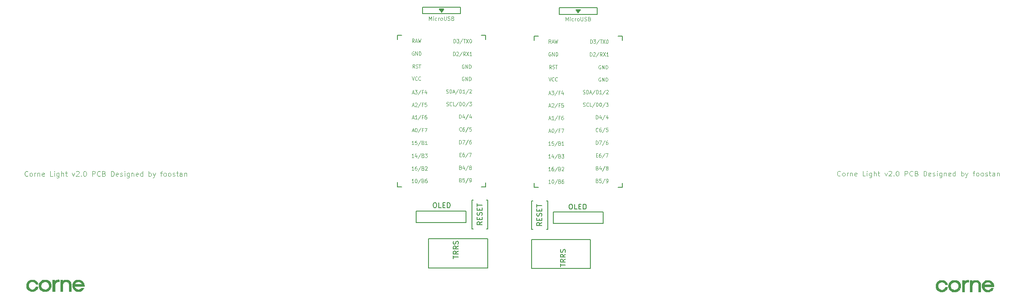
<source format=gto>
G04 #@! TF.GenerationSoftware,KiCad,Pcbnew,5.1.5+dfsg1-2build2*
G04 #@! TF.CreationDate,2021-07-11T13:37:49+03:00*
G04 #@! TF.ProjectId,corne-light,636f726e-652d-46c6-9967-68742e6b6963,2.0*
G04 #@! TF.SameCoordinates,Original*
G04 #@! TF.FileFunction,Legend,Top*
G04 #@! TF.FilePolarity,Positive*
%FSLAX46Y46*%
G04 Gerber Fmt 4.6, Leading zero omitted, Abs format (unit mm)*
G04 Created by KiCad (PCBNEW 5.1.5+dfsg1-2build2) date 2021-07-11 13:37:49*
%MOMM*%
%LPD*%
G04 APERTURE LIST*
%ADD10C,0.125000*%
%ADD11C,0.150000*%
%ADD12C,0.010000*%
%ADD13C,0.120000*%
%ADD14C,4.700000*%
%ADD15O,1.700000X2.178000*%
%ADD16R,1.700000X2.178000*%
%ADD17C,1.600000*%
%ADD18C,2.700000*%
%ADD19C,0.700000*%
G04 APERTURE END LIST*
D10*
X216168273Y-68917142D02*
X216120654Y-68964761D01*
X215977797Y-69012380D01*
X215882559Y-69012380D01*
X215739702Y-68964761D01*
X215644464Y-68869523D01*
X215596845Y-68774285D01*
X215549226Y-68583809D01*
X215549226Y-68440952D01*
X215596845Y-68250476D01*
X215644464Y-68155238D01*
X215739702Y-68060000D01*
X215882559Y-68012380D01*
X215977797Y-68012380D01*
X216120654Y-68060000D01*
X216168273Y-68107619D01*
X216739702Y-69012380D02*
X216644464Y-68964761D01*
X216596845Y-68917142D01*
X216549226Y-68821904D01*
X216549226Y-68536190D01*
X216596845Y-68440952D01*
X216644464Y-68393333D01*
X216739702Y-68345714D01*
X216882559Y-68345714D01*
X216977797Y-68393333D01*
X217025416Y-68440952D01*
X217073035Y-68536190D01*
X217073035Y-68821904D01*
X217025416Y-68917142D01*
X216977797Y-68964761D01*
X216882559Y-69012380D01*
X216739702Y-69012380D01*
X217501607Y-69012380D02*
X217501607Y-68345714D01*
X217501607Y-68536190D02*
X217549226Y-68440952D01*
X217596845Y-68393333D01*
X217692083Y-68345714D01*
X217787321Y-68345714D01*
X218120654Y-68345714D02*
X218120654Y-69012380D01*
X218120654Y-68440952D02*
X218168273Y-68393333D01*
X218263511Y-68345714D01*
X218406369Y-68345714D01*
X218501607Y-68393333D01*
X218549226Y-68488571D01*
X218549226Y-69012380D01*
X219406369Y-68964761D02*
X219311130Y-69012380D01*
X219120654Y-69012380D01*
X219025416Y-68964761D01*
X218977797Y-68869523D01*
X218977797Y-68488571D01*
X219025416Y-68393333D01*
X219120654Y-68345714D01*
X219311130Y-68345714D01*
X219406369Y-68393333D01*
X219453988Y-68488571D01*
X219453988Y-68583809D01*
X218977797Y-68679047D01*
X221120654Y-69012380D02*
X220644464Y-69012380D01*
X220644464Y-68012380D01*
X221453988Y-69012380D02*
X221453988Y-68345714D01*
X221453988Y-68012380D02*
X221406369Y-68060000D01*
X221453988Y-68107619D01*
X221501607Y-68060000D01*
X221453988Y-68012380D01*
X221453988Y-68107619D01*
X222358750Y-68345714D02*
X222358750Y-69155238D01*
X222311130Y-69250476D01*
X222263511Y-69298095D01*
X222168273Y-69345714D01*
X222025416Y-69345714D01*
X221930178Y-69298095D01*
X222358750Y-68964761D02*
X222263511Y-69012380D01*
X222073035Y-69012380D01*
X221977797Y-68964761D01*
X221930178Y-68917142D01*
X221882559Y-68821904D01*
X221882559Y-68536190D01*
X221930178Y-68440952D01*
X221977797Y-68393333D01*
X222073035Y-68345714D01*
X222263511Y-68345714D01*
X222358750Y-68393333D01*
X222834940Y-69012380D02*
X222834940Y-68012380D01*
X223263511Y-69012380D02*
X223263511Y-68488571D01*
X223215892Y-68393333D01*
X223120654Y-68345714D01*
X222977797Y-68345714D01*
X222882559Y-68393333D01*
X222834940Y-68440952D01*
X223596845Y-68345714D02*
X223977797Y-68345714D01*
X223739702Y-68012380D02*
X223739702Y-68869523D01*
X223787321Y-68964761D01*
X223882559Y-69012380D01*
X223977797Y-69012380D01*
X224977797Y-68345714D02*
X225215892Y-69012380D01*
X225453988Y-68345714D01*
X225787321Y-68107619D02*
X225834940Y-68060000D01*
X225930178Y-68012380D01*
X226168273Y-68012380D01*
X226263511Y-68060000D01*
X226311130Y-68107619D01*
X226358750Y-68202857D01*
X226358750Y-68298095D01*
X226311130Y-68440952D01*
X225739702Y-69012380D01*
X226358750Y-69012380D01*
X226787321Y-68917142D02*
X226834940Y-68964761D01*
X226787321Y-69012380D01*
X226739702Y-68964761D01*
X226787321Y-68917142D01*
X226787321Y-69012380D01*
X227453988Y-68012380D02*
X227549226Y-68012380D01*
X227644464Y-68060000D01*
X227692083Y-68107619D01*
X227739702Y-68202857D01*
X227787321Y-68393333D01*
X227787321Y-68631428D01*
X227739702Y-68821904D01*
X227692083Y-68917142D01*
X227644464Y-68964761D01*
X227549226Y-69012380D01*
X227453988Y-69012380D01*
X227358750Y-68964761D01*
X227311130Y-68917142D01*
X227263511Y-68821904D01*
X227215892Y-68631428D01*
X227215892Y-68393333D01*
X227263511Y-68202857D01*
X227311130Y-68107619D01*
X227358750Y-68060000D01*
X227453988Y-68012380D01*
X228977797Y-69012380D02*
X228977797Y-68012380D01*
X229358750Y-68012380D01*
X229453988Y-68060000D01*
X229501607Y-68107619D01*
X229549226Y-68202857D01*
X229549226Y-68345714D01*
X229501607Y-68440952D01*
X229453988Y-68488571D01*
X229358750Y-68536190D01*
X228977797Y-68536190D01*
X230549226Y-68917142D02*
X230501607Y-68964761D01*
X230358750Y-69012380D01*
X230263511Y-69012380D01*
X230120654Y-68964761D01*
X230025416Y-68869523D01*
X229977797Y-68774285D01*
X229930178Y-68583809D01*
X229930178Y-68440952D01*
X229977797Y-68250476D01*
X230025416Y-68155238D01*
X230120654Y-68060000D01*
X230263511Y-68012380D01*
X230358750Y-68012380D01*
X230501607Y-68060000D01*
X230549226Y-68107619D01*
X231311130Y-68488571D02*
X231453988Y-68536190D01*
X231501607Y-68583809D01*
X231549226Y-68679047D01*
X231549226Y-68821904D01*
X231501607Y-68917142D01*
X231453988Y-68964761D01*
X231358750Y-69012380D01*
X230977797Y-69012380D01*
X230977797Y-68012380D01*
X231311130Y-68012380D01*
X231406369Y-68060000D01*
X231453988Y-68107619D01*
X231501607Y-68202857D01*
X231501607Y-68298095D01*
X231453988Y-68393333D01*
X231406369Y-68440952D01*
X231311130Y-68488571D01*
X230977797Y-68488571D01*
X232739702Y-69012380D02*
X232739702Y-68012380D01*
X232977797Y-68012380D01*
X233120654Y-68060000D01*
X233215892Y-68155238D01*
X233263511Y-68250476D01*
X233311130Y-68440952D01*
X233311130Y-68583809D01*
X233263511Y-68774285D01*
X233215892Y-68869523D01*
X233120654Y-68964761D01*
X232977797Y-69012380D01*
X232739702Y-69012380D01*
X234120654Y-68964761D02*
X234025416Y-69012380D01*
X233834940Y-69012380D01*
X233739702Y-68964761D01*
X233692083Y-68869523D01*
X233692083Y-68488571D01*
X233739702Y-68393333D01*
X233834940Y-68345714D01*
X234025416Y-68345714D01*
X234120654Y-68393333D01*
X234168273Y-68488571D01*
X234168273Y-68583809D01*
X233692083Y-68679047D01*
X234549226Y-68964761D02*
X234644464Y-69012380D01*
X234834940Y-69012380D01*
X234930178Y-68964761D01*
X234977797Y-68869523D01*
X234977797Y-68821904D01*
X234930178Y-68726666D01*
X234834940Y-68679047D01*
X234692083Y-68679047D01*
X234596845Y-68631428D01*
X234549226Y-68536190D01*
X234549226Y-68488571D01*
X234596845Y-68393333D01*
X234692083Y-68345714D01*
X234834940Y-68345714D01*
X234930178Y-68393333D01*
X235406369Y-69012380D02*
X235406369Y-68345714D01*
X235406369Y-68012380D02*
X235358750Y-68060000D01*
X235406369Y-68107619D01*
X235453988Y-68060000D01*
X235406369Y-68012380D01*
X235406369Y-68107619D01*
X236311130Y-68345714D02*
X236311130Y-69155238D01*
X236263511Y-69250476D01*
X236215892Y-69298095D01*
X236120654Y-69345714D01*
X235977797Y-69345714D01*
X235882559Y-69298095D01*
X236311130Y-68964761D02*
X236215892Y-69012380D01*
X236025416Y-69012380D01*
X235930178Y-68964761D01*
X235882559Y-68917142D01*
X235834940Y-68821904D01*
X235834940Y-68536190D01*
X235882559Y-68440952D01*
X235930178Y-68393333D01*
X236025416Y-68345714D01*
X236215892Y-68345714D01*
X236311130Y-68393333D01*
X236787321Y-68345714D02*
X236787321Y-69012380D01*
X236787321Y-68440952D02*
X236834940Y-68393333D01*
X236930178Y-68345714D01*
X237073035Y-68345714D01*
X237168273Y-68393333D01*
X237215892Y-68488571D01*
X237215892Y-69012380D01*
X238073035Y-68964761D02*
X237977797Y-69012380D01*
X237787321Y-69012380D01*
X237692083Y-68964761D01*
X237644464Y-68869523D01*
X237644464Y-68488571D01*
X237692083Y-68393333D01*
X237787321Y-68345714D01*
X237977797Y-68345714D01*
X238073035Y-68393333D01*
X238120654Y-68488571D01*
X238120654Y-68583809D01*
X237644464Y-68679047D01*
X238977797Y-69012380D02*
X238977797Y-68012380D01*
X238977797Y-68964761D02*
X238882559Y-69012380D01*
X238692083Y-69012380D01*
X238596845Y-68964761D01*
X238549226Y-68917142D01*
X238501607Y-68821904D01*
X238501607Y-68536190D01*
X238549226Y-68440952D01*
X238596845Y-68393333D01*
X238692083Y-68345714D01*
X238882559Y-68345714D01*
X238977797Y-68393333D01*
X240215892Y-69012380D02*
X240215892Y-68012380D01*
X240215892Y-68393333D02*
X240311130Y-68345714D01*
X240501607Y-68345714D01*
X240596845Y-68393333D01*
X240644464Y-68440952D01*
X240692083Y-68536190D01*
X240692083Y-68821904D01*
X240644464Y-68917142D01*
X240596845Y-68964761D01*
X240501607Y-69012380D01*
X240311130Y-69012380D01*
X240215892Y-68964761D01*
X241025416Y-68345714D02*
X241263511Y-69012380D01*
X241501607Y-68345714D02*
X241263511Y-69012380D01*
X241168273Y-69250476D01*
X241120654Y-69298095D01*
X241025416Y-69345714D01*
X242501607Y-68345714D02*
X242882559Y-68345714D01*
X242644464Y-69012380D02*
X242644464Y-68155238D01*
X242692083Y-68060000D01*
X242787321Y-68012380D01*
X242882559Y-68012380D01*
X243358750Y-69012380D02*
X243263511Y-68964761D01*
X243215892Y-68917142D01*
X243168273Y-68821904D01*
X243168273Y-68536190D01*
X243215892Y-68440952D01*
X243263511Y-68393333D01*
X243358750Y-68345714D01*
X243501607Y-68345714D01*
X243596845Y-68393333D01*
X243644464Y-68440952D01*
X243692083Y-68536190D01*
X243692083Y-68821904D01*
X243644464Y-68917142D01*
X243596845Y-68964761D01*
X243501607Y-69012380D01*
X243358750Y-69012380D01*
X244263511Y-69012380D02*
X244168273Y-68964761D01*
X244120654Y-68917142D01*
X244073035Y-68821904D01*
X244073035Y-68536190D01*
X244120654Y-68440952D01*
X244168273Y-68393333D01*
X244263511Y-68345714D01*
X244406369Y-68345714D01*
X244501607Y-68393333D01*
X244549226Y-68440952D01*
X244596845Y-68536190D01*
X244596845Y-68821904D01*
X244549226Y-68917142D01*
X244501607Y-68964761D01*
X244406369Y-69012380D01*
X244263511Y-69012380D01*
X244977797Y-68964761D02*
X245073035Y-69012380D01*
X245263511Y-69012380D01*
X245358750Y-68964761D01*
X245406369Y-68869523D01*
X245406369Y-68821904D01*
X245358750Y-68726666D01*
X245263511Y-68679047D01*
X245120654Y-68679047D01*
X245025416Y-68631428D01*
X244977797Y-68536190D01*
X244977797Y-68488571D01*
X245025416Y-68393333D01*
X245120654Y-68345714D01*
X245263511Y-68345714D01*
X245358750Y-68393333D01*
X245692083Y-68345714D02*
X246073035Y-68345714D01*
X245834940Y-68012380D02*
X245834940Y-68869523D01*
X245882559Y-68964761D01*
X245977797Y-69012380D01*
X246073035Y-69012380D01*
X246834940Y-69012380D02*
X246834940Y-68488571D01*
X246787321Y-68393333D01*
X246692083Y-68345714D01*
X246501607Y-68345714D01*
X246406369Y-68393333D01*
X246834940Y-68964761D02*
X246739702Y-69012380D01*
X246501607Y-69012380D01*
X246406369Y-68964761D01*
X246358750Y-68869523D01*
X246358750Y-68774285D01*
X246406369Y-68679047D01*
X246501607Y-68631428D01*
X246739702Y-68631428D01*
X246834940Y-68583809D01*
X247311130Y-68345714D02*
X247311130Y-69012380D01*
X247311130Y-68440952D02*
X247358750Y-68393333D01*
X247453988Y-68345714D01*
X247596845Y-68345714D01*
X247692083Y-68393333D01*
X247739702Y-68488571D01*
X247739702Y-69012380D01*
X54658273Y-68957142D02*
X54610654Y-69004761D01*
X54467797Y-69052380D01*
X54372559Y-69052380D01*
X54229702Y-69004761D01*
X54134464Y-68909523D01*
X54086845Y-68814285D01*
X54039226Y-68623809D01*
X54039226Y-68480952D01*
X54086845Y-68290476D01*
X54134464Y-68195238D01*
X54229702Y-68100000D01*
X54372559Y-68052380D01*
X54467797Y-68052380D01*
X54610654Y-68100000D01*
X54658273Y-68147619D01*
X55229702Y-69052380D02*
X55134464Y-69004761D01*
X55086845Y-68957142D01*
X55039226Y-68861904D01*
X55039226Y-68576190D01*
X55086845Y-68480952D01*
X55134464Y-68433333D01*
X55229702Y-68385714D01*
X55372559Y-68385714D01*
X55467797Y-68433333D01*
X55515416Y-68480952D01*
X55563035Y-68576190D01*
X55563035Y-68861904D01*
X55515416Y-68957142D01*
X55467797Y-69004761D01*
X55372559Y-69052380D01*
X55229702Y-69052380D01*
X55991607Y-69052380D02*
X55991607Y-68385714D01*
X55991607Y-68576190D02*
X56039226Y-68480952D01*
X56086845Y-68433333D01*
X56182083Y-68385714D01*
X56277321Y-68385714D01*
X56610654Y-68385714D02*
X56610654Y-69052380D01*
X56610654Y-68480952D02*
X56658273Y-68433333D01*
X56753511Y-68385714D01*
X56896369Y-68385714D01*
X56991607Y-68433333D01*
X57039226Y-68528571D01*
X57039226Y-69052380D01*
X57896369Y-69004761D02*
X57801130Y-69052380D01*
X57610654Y-69052380D01*
X57515416Y-69004761D01*
X57467797Y-68909523D01*
X57467797Y-68528571D01*
X57515416Y-68433333D01*
X57610654Y-68385714D01*
X57801130Y-68385714D01*
X57896369Y-68433333D01*
X57943988Y-68528571D01*
X57943988Y-68623809D01*
X57467797Y-68719047D01*
X59610654Y-69052380D02*
X59134464Y-69052380D01*
X59134464Y-68052380D01*
X59943988Y-69052380D02*
X59943988Y-68385714D01*
X59943988Y-68052380D02*
X59896369Y-68100000D01*
X59943988Y-68147619D01*
X59991607Y-68100000D01*
X59943988Y-68052380D01*
X59943988Y-68147619D01*
X60848750Y-68385714D02*
X60848750Y-69195238D01*
X60801130Y-69290476D01*
X60753511Y-69338095D01*
X60658273Y-69385714D01*
X60515416Y-69385714D01*
X60420178Y-69338095D01*
X60848750Y-69004761D02*
X60753511Y-69052380D01*
X60563035Y-69052380D01*
X60467797Y-69004761D01*
X60420178Y-68957142D01*
X60372559Y-68861904D01*
X60372559Y-68576190D01*
X60420178Y-68480952D01*
X60467797Y-68433333D01*
X60563035Y-68385714D01*
X60753511Y-68385714D01*
X60848750Y-68433333D01*
X61324940Y-69052380D02*
X61324940Y-68052380D01*
X61753511Y-69052380D02*
X61753511Y-68528571D01*
X61705892Y-68433333D01*
X61610654Y-68385714D01*
X61467797Y-68385714D01*
X61372559Y-68433333D01*
X61324940Y-68480952D01*
X62086845Y-68385714D02*
X62467797Y-68385714D01*
X62229702Y-68052380D02*
X62229702Y-68909523D01*
X62277321Y-69004761D01*
X62372559Y-69052380D01*
X62467797Y-69052380D01*
X63467797Y-68385714D02*
X63705892Y-69052380D01*
X63943988Y-68385714D01*
X64277321Y-68147619D02*
X64324940Y-68100000D01*
X64420178Y-68052380D01*
X64658273Y-68052380D01*
X64753511Y-68100000D01*
X64801130Y-68147619D01*
X64848750Y-68242857D01*
X64848750Y-68338095D01*
X64801130Y-68480952D01*
X64229702Y-69052380D01*
X64848750Y-69052380D01*
X65277321Y-68957142D02*
X65324940Y-69004761D01*
X65277321Y-69052380D01*
X65229702Y-69004761D01*
X65277321Y-68957142D01*
X65277321Y-69052380D01*
X65943988Y-68052380D02*
X66039226Y-68052380D01*
X66134464Y-68100000D01*
X66182083Y-68147619D01*
X66229702Y-68242857D01*
X66277321Y-68433333D01*
X66277321Y-68671428D01*
X66229702Y-68861904D01*
X66182083Y-68957142D01*
X66134464Y-69004761D01*
X66039226Y-69052380D01*
X65943988Y-69052380D01*
X65848750Y-69004761D01*
X65801130Y-68957142D01*
X65753511Y-68861904D01*
X65705892Y-68671428D01*
X65705892Y-68433333D01*
X65753511Y-68242857D01*
X65801130Y-68147619D01*
X65848750Y-68100000D01*
X65943988Y-68052380D01*
X67467797Y-69052380D02*
X67467797Y-68052380D01*
X67848750Y-68052380D01*
X67943988Y-68100000D01*
X67991607Y-68147619D01*
X68039226Y-68242857D01*
X68039226Y-68385714D01*
X67991607Y-68480952D01*
X67943988Y-68528571D01*
X67848750Y-68576190D01*
X67467797Y-68576190D01*
X69039226Y-68957142D02*
X68991607Y-69004761D01*
X68848750Y-69052380D01*
X68753511Y-69052380D01*
X68610654Y-69004761D01*
X68515416Y-68909523D01*
X68467797Y-68814285D01*
X68420178Y-68623809D01*
X68420178Y-68480952D01*
X68467797Y-68290476D01*
X68515416Y-68195238D01*
X68610654Y-68100000D01*
X68753511Y-68052380D01*
X68848750Y-68052380D01*
X68991607Y-68100000D01*
X69039226Y-68147619D01*
X69801130Y-68528571D02*
X69943988Y-68576190D01*
X69991607Y-68623809D01*
X70039226Y-68719047D01*
X70039226Y-68861904D01*
X69991607Y-68957142D01*
X69943988Y-69004761D01*
X69848750Y-69052380D01*
X69467797Y-69052380D01*
X69467797Y-68052380D01*
X69801130Y-68052380D01*
X69896369Y-68100000D01*
X69943988Y-68147619D01*
X69991607Y-68242857D01*
X69991607Y-68338095D01*
X69943988Y-68433333D01*
X69896369Y-68480952D01*
X69801130Y-68528571D01*
X69467797Y-68528571D01*
X71229702Y-69052380D02*
X71229702Y-68052380D01*
X71467797Y-68052380D01*
X71610654Y-68100000D01*
X71705892Y-68195238D01*
X71753511Y-68290476D01*
X71801130Y-68480952D01*
X71801130Y-68623809D01*
X71753511Y-68814285D01*
X71705892Y-68909523D01*
X71610654Y-69004761D01*
X71467797Y-69052380D01*
X71229702Y-69052380D01*
X72610654Y-69004761D02*
X72515416Y-69052380D01*
X72324940Y-69052380D01*
X72229702Y-69004761D01*
X72182083Y-68909523D01*
X72182083Y-68528571D01*
X72229702Y-68433333D01*
X72324940Y-68385714D01*
X72515416Y-68385714D01*
X72610654Y-68433333D01*
X72658273Y-68528571D01*
X72658273Y-68623809D01*
X72182083Y-68719047D01*
X73039226Y-69004761D02*
X73134464Y-69052380D01*
X73324940Y-69052380D01*
X73420178Y-69004761D01*
X73467797Y-68909523D01*
X73467797Y-68861904D01*
X73420178Y-68766666D01*
X73324940Y-68719047D01*
X73182083Y-68719047D01*
X73086845Y-68671428D01*
X73039226Y-68576190D01*
X73039226Y-68528571D01*
X73086845Y-68433333D01*
X73182083Y-68385714D01*
X73324940Y-68385714D01*
X73420178Y-68433333D01*
X73896369Y-69052380D02*
X73896369Y-68385714D01*
X73896369Y-68052380D02*
X73848750Y-68100000D01*
X73896369Y-68147619D01*
X73943988Y-68100000D01*
X73896369Y-68052380D01*
X73896369Y-68147619D01*
X74801130Y-68385714D02*
X74801130Y-69195238D01*
X74753511Y-69290476D01*
X74705892Y-69338095D01*
X74610654Y-69385714D01*
X74467797Y-69385714D01*
X74372559Y-69338095D01*
X74801130Y-69004761D02*
X74705892Y-69052380D01*
X74515416Y-69052380D01*
X74420178Y-69004761D01*
X74372559Y-68957142D01*
X74324940Y-68861904D01*
X74324940Y-68576190D01*
X74372559Y-68480952D01*
X74420178Y-68433333D01*
X74515416Y-68385714D01*
X74705892Y-68385714D01*
X74801130Y-68433333D01*
X75277321Y-68385714D02*
X75277321Y-69052380D01*
X75277321Y-68480952D02*
X75324940Y-68433333D01*
X75420178Y-68385714D01*
X75563035Y-68385714D01*
X75658273Y-68433333D01*
X75705892Y-68528571D01*
X75705892Y-69052380D01*
X76563035Y-69004761D02*
X76467797Y-69052380D01*
X76277321Y-69052380D01*
X76182083Y-69004761D01*
X76134464Y-68909523D01*
X76134464Y-68528571D01*
X76182083Y-68433333D01*
X76277321Y-68385714D01*
X76467797Y-68385714D01*
X76563035Y-68433333D01*
X76610654Y-68528571D01*
X76610654Y-68623809D01*
X76134464Y-68719047D01*
X77467797Y-69052380D02*
X77467797Y-68052380D01*
X77467797Y-69004761D02*
X77372559Y-69052380D01*
X77182083Y-69052380D01*
X77086845Y-69004761D01*
X77039226Y-68957142D01*
X76991607Y-68861904D01*
X76991607Y-68576190D01*
X77039226Y-68480952D01*
X77086845Y-68433333D01*
X77182083Y-68385714D01*
X77372559Y-68385714D01*
X77467797Y-68433333D01*
X78705892Y-69052380D02*
X78705892Y-68052380D01*
X78705892Y-68433333D02*
X78801130Y-68385714D01*
X78991607Y-68385714D01*
X79086845Y-68433333D01*
X79134464Y-68480952D01*
X79182083Y-68576190D01*
X79182083Y-68861904D01*
X79134464Y-68957142D01*
X79086845Y-69004761D01*
X78991607Y-69052380D01*
X78801130Y-69052380D01*
X78705892Y-69004761D01*
X79515416Y-68385714D02*
X79753511Y-69052380D01*
X79991607Y-68385714D02*
X79753511Y-69052380D01*
X79658273Y-69290476D01*
X79610654Y-69338095D01*
X79515416Y-69385714D01*
X80991607Y-68385714D02*
X81372559Y-68385714D01*
X81134464Y-69052380D02*
X81134464Y-68195238D01*
X81182083Y-68100000D01*
X81277321Y-68052380D01*
X81372559Y-68052380D01*
X81848749Y-69052380D02*
X81753511Y-69004761D01*
X81705892Y-68957142D01*
X81658273Y-68861904D01*
X81658273Y-68576190D01*
X81705892Y-68480952D01*
X81753511Y-68433333D01*
X81848749Y-68385714D01*
X81991607Y-68385714D01*
X82086845Y-68433333D01*
X82134464Y-68480952D01*
X82182083Y-68576190D01*
X82182083Y-68861904D01*
X82134464Y-68957142D01*
X82086845Y-69004761D01*
X81991607Y-69052380D01*
X81848749Y-69052380D01*
X82753511Y-69052380D02*
X82658273Y-69004761D01*
X82610654Y-68957142D01*
X82563035Y-68861904D01*
X82563035Y-68576190D01*
X82610654Y-68480952D01*
X82658273Y-68433333D01*
X82753511Y-68385714D01*
X82896369Y-68385714D01*
X82991607Y-68433333D01*
X83039226Y-68480952D01*
X83086845Y-68576190D01*
X83086845Y-68861904D01*
X83039226Y-68957142D01*
X82991607Y-69004761D01*
X82896369Y-69052380D01*
X82753511Y-69052380D01*
X83467797Y-69004761D02*
X83563035Y-69052380D01*
X83753511Y-69052380D01*
X83848749Y-69004761D01*
X83896369Y-68909523D01*
X83896369Y-68861904D01*
X83848749Y-68766666D01*
X83753511Y-68719047D01*
X83610654Y-68719047D01*
X83515416Y-68671428D01*
X83467797Y-68576190D01*
X83467797Y-68528571D01*
X83515416Y-68433333D01*
X83610654Y-68385714D01*
X83753511Y-68385714D01*
X83848749Y-68433333D01*
X84182083Y-68385714D02*
X84563035Y-68385714D01*
X84324940Y-68052380D02*
X84324940Y-68909523D01*
X84372559Y-69004761D01*
X84467797Y-69052380D01*
X84563035Y-69052380D01*
X85324940Y-69052380D02*
X85324940Y-68528571D01*
X85277321Y-68433333D01*
X85182083Y-68385714D01*
X84991607Y-68385714D01*
X84896369Y-68433333D01*
X85324940Y-69004761D02*
X85229702Y-69052380D01*
X84991607Y-69052380D01*
X84896369Y-69004761D01*
X84848749Y-68909523D01*
X84848749Y-68814285D01*
X84896369Y-68719047D01*
X84991607Y-68671428D01*
X85229702Y-68671428D01*
X85324940Y-68623809D01*
X85801130Y-68385714D02*
X85801130Y-69052380D01*
X85801130Y-68480952D02*
X85848749Y-68433333D01*
X85943988Y-68385714D01*
X86086845Y-68385714D01*
X86182083Y-68433333D01*
X86229702Y-68528571D01*
X86229702Y-69052380D01*
D11*
X159107500Y-78460000D02*
X159107500Y-76160000D01*
X169007500Y-76160000D02*
X169007500Y-78460000D01*
X159107500Y-76160000D02*
X169007500Y-76160000D01*
X159107500Y-78460000D02*
X169007500Y-78460000D01*
X131878500Y-78318000D02*
X131878500Y-76018000D01*
X141778500Y-76018000D02*
X141778500Y-78318000D01*
X131878500Y-76018000D02*
X141778500Y-76018000D01*
X131878500Y-78318000D02*
X141778500Y-78318000D01*
X166507847Y-87465432D02*
X154757847Y-87465432D01*
X166507847Y-81665432D02*
X166507847Y-87465432D01*
X154757847Y-81665432D02*
X166507847Y-81665432D01*
X154757847Y-87465432D02*
X154757847Y-81665432D01*
X134314500Y-81532000D02*
X146064500Y-81532000D01*
X134314500Y-87332000D02*
X134314500Y-81532000D01*
X146064500Y-87332000D02*
X134314500Y-87332000D01*
X146064500Y-81532000D02*
X146064500Y-87332000D01*
X157974847Y-79667432D02*
X157724847Y-79667432D01*
X157974847Y-73967432D02*
X157974847Y-79667432D01*
X157974847Y-73967432D02*
X157724847Y-73967432D01*
X154774847Y-73967432D02*
X155024847Y-73967432D01*
X154774847Y-79667432D02*
X155024847Y-79667432D01*
X154774847Y-73967432D02*
X154774847Y-79667432D01*
X146104500Y-79521000D02*
X145854500Y-79521000D01*
X146104500Y-73821000D02*
X146104500Y-79521000D01*
X146104500Y-73821000D02*
X145854500Y-73821000D01*
X142904500Y-73821000D02*
X143154500Y-73821000D01*
X142904500Y-79521000D02*
X143154500Y-79521000D01*
X142904500Y-73821000D02*
X142904500Y-79521000D01*
X172812847Y-71286432D02*
X171952847Y-71286432D01*
X155312847Y-71286432D02*
X156162847Y-71286432D01*
X172812847Y-70436432D02*
X172812847Y-71286432D01*
X155312847Y-70386432D02*
X155312847Y-71286432D01*
X172812847Y-41086432D02*
X172012847Y-41086432D01*
X155312847Y-41086432D02*
X156162847Y-41086432D01*
X172812847Y-41086432D02*
X172812847Y-41936432D01*
X155312847Y-41086432D02*
X155312847Y-41936432D01*
X160312847Y-35486432D02*
X160312847Y-36786432D01*
X160312847Y-36786432D02*
X167812847Y-36786432D01*
X167812847Y-36786432D02*
X167812847Y-35486432D01*
X167812847Y-35486432D02*
X160312847Y-35486432D01*
X163562847Y-35836432D02*
X164562847Y-35836432D01*
X164562847Y-35836432D02*
X164062847Y-36486432D01*
X164062847Y-36486432D02*
X163562847Y-35836432D01*
X163712847Y-35986432D02*
X164412847Y-35986432D01*
X163812847Y-36136432D02*
X164312847Y-36136432D01*
X163912847Y-36286432D02*
X164212847Y-36286432D01*
X145642500Y-71160000D02*
X144782500Y-71160000D01*
X128142500Y-71160000D02*
X128992500Y-71160000D01*
X145642500Y-70310000D02*
X145642500Y-71160000D01*
X128142500Y-70260000D02*
X128142500Y-71160000D01*
X145642500Y-40960000D02*
X144842500Y-40960000D01*
X128142500Y-40960000D02*
X128992500Y-40960000D01*
X145642500Y-40960000D02*
X145642500Y-41810000D01*
X128142500Y-40960000D02*
X128142500Y-41810000D01*
X133142500Y-35360000D02*
X133142500Y-36660000D01*
X133142500Y-36660000D02*
X140642500Y-36660000D01*
X140642500Y-36660000D02*
X140642500Y-35360000D01*
X140642500Y-35360000D02*
X133142500Y-35360000D01*
X136392500Y-35710000D02*
X137392500Y-35710000D01*
X137392500Y-35710000D02*
X136892500Y-36360000D01*
X136892500Y-36360000D02*
X136392500Y-35710000D01*
X136542500Y-35860000D02*
X137242500Y-35860000D01*
X136642500Y-36010000D02*
X137142500Y-36010000D01*
X136742500Y-36160000D02*
X137042500Y-36160000D01*
D12*
G36*
X236557049Y-89785988D02*
G01*
X236671748Y-89812102D01*
X236892850Y-89902639D01*
X237084293Y-90029036D01*
X237241222Y-90186988D01*
X237358782Y-90372188D01*
X237393437Y-90452254D01*
X237427464Y-90545731D01*
X237439083Y-90604761D01*
X237421798Y-90637261D01*
X237369112Y-90651149D01*
X237274529Y-90654343D01*
X237227569Y-90654400D01*
X237013639Y-90654399D01*
X236982733Y-90560754D01*
X236916143Y-90434894D01*
X236809638Y-90323503D01*
X236673463Y-90233012D01*
X236517864Y-90169854D01*
X236353085Y-90140461D01*
X236311199Y-90139142D01*
X236128869Y-90161910D01*
X235958565Y-90226221D01*
X235809016Y-90326089D01*
X235688953Y-90455526D01*
X235607105Y-90608547D01*
X235600907Y-90626267D01*
X235567356Y-90784924D01*
X235561573Y-90960402D01*
X235582259Y-91134327D01*
X235628113Y-91288322D01*
X235651175Y-91336531D01*
X235756904Y-91487138D01*
X235891779Y-91599303D01*
X236039102Y-91670915D01*
X236217789Y-91713926D01*
X236397259Y-91713773D01*
X236569072Y-91673785D01*
X236724790Y-91597291D01*
X236855974Y-91487622D01*
X236954184Y-91348106D01*
X236975767Y-91301389D01*
X237022400Y-91187990D01*
X237231950Y-91187895D01*
X237334668Y-91188561D01*
X237396784Y-91192620D01*
X237428495Y-91202992D01*
X237439997Y-91222594D01*
X237441500Y-91247887D01*
X237425975Y-91322902D01*
X237384424Y-91422781D01*
X237324378Y-91534252D01*
X237253369Y-91644041D01*
X237178929Y-91738876D01*
X237140038Y-91779119D01*
X236960264Y-91914131D01*
X236751407Y-92014811D01*
X236524560Y-92077913D01*
X236290818Y-92100194D01*
X236095300Y-92084664D01*
X235902087Y-92033943D01*
X235714451Y-91950877D01*
X235544760Y-91842860D01*
X235405383Y-91717289D01*
X235338489Y-91632165D01*
X235257160Y-91497841D01*
X235201270Y-91372887D01*
X235166691Y-91242138D01*
X235149293Y-91090430D01*
X235144914Y-90921100D01*
X235146419Y-90780194D01*
X235152121Y-90676188D01*
X235163798Y-90595236D01*
X235183230Y-90523494D01*
X235202851Y-90470197D01*
X235308497Y-90270543D01*
X235454762Y-90094026D01*
X235633876Y-89948316D01*
X235838069Y-89841085D01*
X235841300Y-89839802D01*
X235997283Y-89795914D01*
X236181255Y-89771892D01*
X236374187Y-89768372D01*
X236557049Y-89785988D01*
G37*
X236557049Y-89785988D02*
X236671748Y-89812102D01*
X236892850Y-89902639D01*
X237084293Y-90029036D01*
X237241222Y-90186988D01*
X237358782Y-90372188D01*
X237393437Y-90452254D01*
X237427464Y-90545731D01*
X237439083Y-90604761D01*
X237421798Y-90637261D01*
X237369112Y-90651149D01*
X237274529Y-90654343D01*
X237227569Y-90654400D01*
X237013639Y-90654399D01*
X236982733Y-90560754D01*
X236916143Y-90434894D01*
X236809638Y-90323503D01*
X236673463Y-90233012D01*
X236517864Y-90169854D01*
X236353085Y-90140461D01*
X236311199Y-90139142D01*
X236128869Y-90161910D01*
X235958565Y-90226221D01*
X235809016Y-90326089D01*
X235688953Y-90455526D01*
X235607105Y-90608547D01*
X235600907Y-90626267D01*
X235567356Y-90784924D01*
X235561573Y-90960402D01*
X235582259Y-91134327D01*
X235628113Y-91288322D01*
X235651175Y-91336531D01*
X235756904Y-91487138D01*
X235891779Y-91599303D01*
X236039102Y-91670915D01*
X236217789Y-91713926D01*
X236397259Y-91713773D01*
X236569072Y-91673785D01*
X236724790Y-91597291D01*
X236855974Y-91487622D01*
X236954184Y-91348106D01*
X236975767Y-91301389D01*
X237022400Y-91187990D01*
X237231950Y-91187895D01*
X237334668Y-91188561D01*
X237396784Y-91192620D01*
X237428495Y-91202992D01*
X237439997Y-91222594D01*
X237441500Y-91247887D01*
X237425975Y-91322902D01*
X237384424Y-91422781D01*
X237324378Y-91534252D01*
X237253369Y-91644041D01*
X237178929Y-91738876D01*
X237140038Y-91779119D01*
X236960264Y-91914131D01*
X236751407Y-92014811D01*
X236524560Y-92077913D01*
X236290818Y-92100194D01*
X236095300Y-92084664D01*
X235902087Y-92033943D01*
X235714451Y-91950877D01*
X235544760Y-91842860D01*
X235405383Y-91717289D01*
X235338489Y-91632165D01*
X235257160Y-91497841D01*
X235201270Y-91372887D01*
X235166691Y-91242138D01*
X235149293Y-91090430D01*
X235144914Y-90921100D01*
X235146419Y-90780194D01*
X235152121Y-90676188D01*
X235163798Y-90595236D01*
X235183230Y-90523494D01*
X235202851Y-90470197D01*
X235308497Y-90270543D01*
X235454762Y-90094026D01*
X235633876Y-89948316D01*
X235838069Y-89841085D01*
X235841300Y-89839802D01*
X235997283Y-89795914D01*
X236181255Y-89771892D01*
X236374187Y-89768372D01*
X236557049Y-89785988D01*
G36*
X238939986Y-89771840D02*
G01*
X239193440Y-89807111D01*
X239421525Y-89883807D01*
X239621175Y-89999865D01*
X239789325Y-90153222D01*
X239922908Y-90341816D01*
X239987456Y-90476600D01*
X240019018Y-90590705D01*
X240039285Y-90738371D01*
X240048030Y-90903580D01*
X240045025Y-91070313D01*
X240030043Y-91222551D01*
X240002856Y-91344275D01*
X239999905Y-91352900D01*
X239903519Y-91550172D01*
X239764275Y-91726574D01*
X239587679Y-91876769D01*
X239379241Y-91995421D01*
X239304340Y-92026770D01*
X239172321Y-92063019D01*
X239009335Y-92086467D01*
X238833781Y-92096287D01*
X238664060Y-92091650D01*
X238518574Y-92071729D01*
X238485753Y-92063599D01*
X238271853Y-91981401D01*
X238077121Y-91863093D01*
X237910155Y-91715635D01*
X237779556Y-91545986D01*
X237728682Y-91450895D01*
X237690337Y-91348102D01*
X237656151Y-91223876D01*
X237636099Y-91120628D01*
X237628748Y-90979224D01*
X238053074Y-90979224D01*
X238067409Y-91126866D01*
X238087541Y-91208207D01*
X238140794Y-91320941D01*
X238221195Y-91436333D01*
X238315178Y-91537702D01*
X238409174Y-91608365D01*
X238415958Y-91612020D01*
X238612698Y-91688118D01*
X238817689Y-91718463D01*
X239021104Y-91702243D01*
X239133664Y-91671468D01*
X239310944Y-91584347D01*
X239455410Y-91460677D01*
X239562587Y-91304341D01*
X239567020Y-91295466D01*
X239620010Y-91139401D01*
X239641993Y-90962298D01*
X239632639Y-90783017D01*
X239591621Y-90620421D01*
X239579289Y-90590900D01*
X239481958Y-90431906D01*
X239354261Y-90307092D01*
X239203564Y-90216623D01*
X239037236Y-90160666D01*
X238862642Y-90139386D01*
X238687149Y-90152949D01*
X238518124Y-90201522D01*
X238362934Y-90285270D01*
X238228945Y-90404360D01*
X238123965Y-90558101D01*
X238082419Y-90675807D01*
X238058433Y-90822526D01*
X238053074Y-90979224D01*
X237628748Y-90979224D01*
X237623238Y-90873236D01*
X237655650Y-90638693D01*
X237730850Y-90422052D01*
X237846357Y-90228365D01*
X237999687Y-90062687D01*
X238188360Y-89930069D01*
X238232419Y-89906803D01*
X238406705Y-89832053D01*
X238578030Y-89787281D01*
X238763905Y-89769147D01*
X238939986Y-89771840D01*
G37*
X238939986Y-89771840D02*
X239193440Y-89807111D01*
X239421525Y-89883807D01*
X239621175Y-89999865D01*
X239789325Y-90153222D01*
X239922908Y-90341816D01*
X239987456Y-90476600D01*
X240019018Y-90590705D01*
X240039285Y-90738371D01*
X240048030Y-90903580D01*
X240045025Y-91070313D01*
X240030043Y-91222551D01*
X240002856Y-91344275D01*
X239999905Y-91352900D01*
X239903519Y-91550172D01*
X239764275Y-91726574D01*
X239587679Y-91876769D01*
X239379241Y-91995421D01*
X239304340Y-92026770D01*
X239172321Y-92063019D01*
X239009335Y-92086467D01*
X238833781Y-92096287D01*
X238664060Y-92091650D01*
X238518574Y-92071729D01*
X238485753Y-92063599D01*
X238271853Y-91981401D01*
X238077121Y-91863093D01*
X237910155Y-91715635D01*
X237779556Y-91545986D01*
X237728682Y-91450895D01*
X237690337Y-91348102D01*
X237656151Y-91223876D01*
X237636099Y-91120628D01*
X237628748Y-90979224D01*
X238053074Y-90979224D01*
X238067409Y-91126866D01*
X238087541Y-91208207D01*
X238140794Y-91320941D01*
X238221195Y-91436333D01*
X238315178Y-91537702D01*
X238409174Y-91608365D01*
X238415958Y-91612020D01*
X238612698Y-91688118D01*
X238817689Y-91718463D01*
X239021104Y-91702243D01*
X239133664Y-91671468D01*
X239310944Y-91584347D01*
X239455410Y-91460677D01*
X239562587Y-91304341D01*
X239567020Y-91295466D01*
X239620010Y-91139401D01*
X239641993Y-90962298D01*
X239632639Y-90783017D01*
X239591621Y-90620421D01*
X239579289Y-90590900D01*
X239481958Y-90431906D01*
X239354261Y-90307092D01*
X239203564Y-90216623D01*
X239037236Y-90160666D01*
X238862642Y-90139386D01*
X238687149Y-90152949D01*
X238518124Y-90201522D01*
X238362934Y-90285270D01*
X238228945Y-90404360D01*
X238123965Y-90558101D01*
X238082419Y-90675807D01*
X238058433Y-90822526D01*
X238053074Y-90979224D01*
X237628748Y-90979224D01*
X237623238Y-90873236D01*
X237655650Y-90638693D01*
X237730850Y-90422052D01*
X237846357Y-90228365D01*
X237999687Y-90062687D01*
X238188360Y-89930069D01*
X238232419Y-89906803D01*
X238406705Y-89832053D01*
X238578030Y-89787281D01*
X238763905Y-89769147D01*
X238939986Y-89771840D01*
G36*
X245731530Y-89788406D02*
G01*
X245953894Y-89854705D01*
X246152133Y-89960213D01*
X246322079Y-90100847D01*
X246459559Y-90272524D01*
X246560404Y-90471162D01*
X246620443Y-90692678D01*
X246636300Y-90888336D01*
X246636300Y-91035400D01*
X244731300Y-91035400D01*
X244731300Y-91108498D01*
X244754217Y-91231649D01*
X244817655Y-91359172D01*
X244913643Y-91480298D01*
X245034211Y-91584256D01*
X245123388Y-91638239D01*
X245259242Y-91689647D01*
X245419904Y-91714683D01*
X245432872Y-91715596D01*
X245615129Y-91713127D01*
X245768803Y-91676329D01*
X245906495Y-91600614D01*
X246021193Y-91501419D01*
X246157013Y-91365600D01*
X246360268Y-91365600D01*
X246460811Y-91366246D01*
X246520033Y-91370122D01*
X246547410Y-91380133D01*
X246552419Y-91399182D01*
X246546730Y-91422750D01*
X246508417Y-91508398D01*
X246443499Y-91611086D01*
X246363774Y-91714606D01*
X246281044Y-91802746D01*
X246250857Y-91829173D01*
X246051990Y-91958773D01*
X245829302Y-92048237D01*
X245592596Y-92095509D01*
X245351673Y-92098535D01*
X245140357Y-92062004D01*
X244919245Y-91977879D01*
X244724425Y-91854023D01*
X244560825Y-91695554D01*
X244433374Y-91507590D01*
X244347001Y-91295249D01*
X244327844Y-91218299D01*
X244297308Y-90968242D01*
X244311041Y-90728661D01*
X244323222Y-90679800D01*
X244732557Y-90679800D01*
X245455828Y-90679800D01*
X245668414Y-90679528D01*
X245835499Y-90678521D01*
X245962379Y-90676494D01*
X246054351Y-90673158D01*
X246116712Y-90668229D01*
X246154759Y-90661420D01*
X246173788Y-90652444D01*
X246179097Y-90641014D01*
X246179100Y-90640688D01*
X246158723Y-90558758D01*
X246104025Y-90463173D01*
X246024652Y-90365722D01*
X245930248Y-90278195D01*
X245830461Y-90212383D01*
X245827403Y-90210826D01*
X245688347Y-90163277D01*
X245524233Y-90142014D01*
X245353428Y-90146960D01*
X245194298Y-90178039D01*
X245102560Y-90213844D01*
X244956026Y-90315486D01*
X244837149Y-90456797D01*
X244756765Y-90616127D01*
X244732557Y-90679800D01*
X244323222Y-90679800D01*
X244366867Y-90504735D01*
X244462606Y-90301643D01*
X244596079Y-90124563D01*
X244765108Y-89978672D01*
X244877999Y-89910689D01*
X245072603Y-89826746D01*
X245269926Y-89779901D01*
X245489213Y-89765400D01*
X245731530Y-89788406D01*
G37*
X245731530Y-89788406D02*
X245953894Y-89854705D01*
X246152133Y-89960213D01*
X246322079Y-90100847D01*
X246459559Y-90272524D01*
X246560404Y-90471162D01*
X246620443Y-90692678D01*
X246636300Y-90888336D01*
X246636300Y-91035400D01*
X244731300Y-91035400D01*
X244731300Y-91108498D01*
X244754217Y-91231649D01*
X244817655Y-91359172D01*
X244913643Y-91480298D01*
X245034211Y-91584256D01*
X245123388Y-91638239D01*
X245259242Y-91689647D01*
X245419904Y-91714683D01*
X245432872Y-91715596D01*
X245615129Y-91713127D01*
X245768803Y-91676329D01*
X245906495Y-91600614D01*
X246021193Y-91501419D01*
X246157013Y-91365600D01*
X246360268Y-91365600D01*
X246460811Y-91366246D01*
X246520033Y-91370122D01*
X246547410Y-91380133D01*
X246552419Y-91399182D01*
X246546730Y-91422750D01*
X246508417Y-91508398D01*
X246443499Y-91611086D01*
X246363774Y-91714606D01*
X246281044Y-91802746D01*
X246250857Y-91829173D01*
X246051990Y-91958773D01*
X245829302Y-92048237D01*
X245592596Y-92095509D01*
X245351673Y-92098535D01*
X245140357Y-92062004D01*
X244919245Y-91977879D01*
X244724425Y-91854023D01*
X244560825Y-91695554D01*
X244433374Y-91507590D01*
X244347001Y-91295249D01*
X244327844Y-91218299D01*
X244297308Y-90968242D01*
X244311041Y-90728661D01*
X244323222Y-90679800D01*
X244732557Y-90679800D01*
X245455828Y-90679800D01*
X245668414Y-90679528D01*
X245835499Y-90678521D01*
X245962379Y-90676494D01*
X246054351Y-90673158D01*
X246116712Y-90668229D01*
X246154759Y-90661420D01*
X246173788Y-90652444D01*
X246179097Y-90641014D01*
X246179100Y-90640688D01*
X246158723Y-90558758D01*
X246104025Y-90463173D01*
X246024652Y-90365722D01*
X245930248Y-90278195D01*
X245830461Y-90212383D01*
X245827403Y-90210826D01*
X245688347Y-90163277D01*
X245524233Y-90142014D01*
X245353428Y-90146960D01*
X245194298Y-90178039D01*
X245102560Y-90213844D01*
X244956026Y-90315486D01*
X244837149Y-90456797D01*
X244756765Y-90616127D01*
X244732557Y-90679800D01*
X244323222Y-90679800D01*
X244366867Y-90504735D01*
X244462606Y-90301643D01*
X244596079Y-90124563D01*
X244765108Y-89978672D01*
X244877999Y-89910689D01*
X245072603Y-89826746D01*
X245269926Y-89779901D01*
X245489213Y-89765400D01*
X245731530Y-89788406D01*
G36*
X241537237Y-89755436D02*
G01*
X241683300Y-89771961D01*
X241683300Y-90142729D01*
X241549950Y-90129068D01*
X241365851Y-90134139D01*
X241196452Y-90185922D01*
X241047881Y-90281056D01*
X240926266Y-90416179D01*
X240877389Y-90497869D01*
X240794300Y-90658838D01*
X240794300Y-92051400D01*
X240362500Y-92051400D01*
X240362500Y-89788745D01*
X240572050Y-89796122D01*
X240781600Y-89803500D01*
X240807000Y-90025358D01*
X240857769Y-89968946D01*
X240975946Y-89872357D01*
X241127798Y-89801267D01*
X241301042Y-89759536D01*
X241483390Y-89751025D01*
X241537237Y-89755436D01*
G37*
X241537237Y-89755436D02*
X241683300Y-89771961D01*
X241683300Y-90142729D01*
X241549950Y-90129068D01*
X241365851Y-90134139D01*
X241196452Y-90185922D01*
X241047881Y-90281056D01*
X240926266Y-90416179D01*
X240877389Y-90497869D01*
X240794300Y-90658838D01*
X240794300Y-92051400D01*
X240362500Y-92051400D01*
X240362500Y-89788745D01*
X240572050Y-89796122D01*
X240781600Y-89803500D01*
X240807000Y-90025358D01*
X240857769Y-89968946D01*
X240975946Y-89872357D01*
X241127798Y-89801267D01*
X241301042Y-89759536D01*
X241483390Y-89751025D01*
X241537237Y-89755436D01*
G36*
X243199491Y-89778791D02*
G01*
X243293575Y-89782451D01*
X243363990Y-89791455D01*
X243424301Y-89808181D01*
X243488070Y-89835005D01*
X243542251Y-89861171D01*
X243713298Y-89969513D01*
X243846548Y-90108673D01*
X243943879Y-90281378D01*
X244007168Y-90490354D01*
X244018575Y-90552800D01*
X244025864Y-90623770D01*
X244032403Y-90736525D01*
X244037903Y-90882049D01*
X244042074Y-91051330D01*
X244044627Y-91235353D01*
X244045308Y-91384650D01*
X244045500Y-92051400D01*
X243613700Y-92051400D01*
X243613700Y-91332110D01*
X243613093Y-91103457D01*
X243611100Y-90919758D01*
X243607463Y-90775177D01*
X243601922Y-90663882D01*
X243594219Y-90580037D01*
X243584095Y-90517809D01*
X243576197Y-90486534D01*
X243511437Y-90348307D01*
X243410530Y-90245106D01*
X243275103Y-90177984D01*
X243106780Y-90147999D01*
X243052312Y-90146400D01*
X242889841Y-90156817D01*
X242759862Y-90191694D01*
X242647764Y-90256472D01*
X242567860Y-90326726D01*
X242513673Y-90383731D01*
X242470291Y-90439501D01*
X242436523Y-90500365D01*
X242411179Y-90572652D01*
X242393067Y-90662689D01*
X242380996Y-90776805D01*
X242373777Y-90921327D01*
X242370217Y-91102585D01*
X242369126Y-91326907D01*
X242369100Y-91382910D01*
X242369100Y-92051400D01*
X241937300Y-92051400D01*
X241937300Y-89790800D01*
X242369100Y-89790800D01*
X242369100Y-90048707D01*
X242451364Y-89966442D01*
X242537752Y-89890836D01*
X242628455Y-89837569D01*
X242734478Y-89803282D01*
X242866824Y-89784616D01*
X243036495Y-89778211D01*
X243068174Y-89778100D01*
X243199491Y-89778791D01*
G37*
X243199491Y-89778791D02*
X243293575Y-89782451D01*
X243363990Y-89791455D01*
X243424301Y-89808181D01*
X243488070Y-89835005D01*
X243542251Y-89861171D01*
X243713298Y-89969513D01*
X243846548Y-90108673D01*
X243943879Y-90281378D01*
X244007168Y-90490354D01*
X244018575Y-90552800D01*
X244025864Y-90623770D01*
X244032403Y-90736525D01*
X244037903Y-90882049D01*
X244042074Y-91051330D01*
X244044627Y-91235353D01*
X244045308Y-91384650D01*
X244045500Y-92051400D01*
X243613700Y-92051400D01*
X243613700Y-91332110D01*
X243613093Y-91103457D01*
X243611100Y-90919758D01*
X243607463Y-90775177D01*
X243601922Y-90663882D01*
X243594219Y-90580037D01*
X243584095Y-90517809D01*
X243576197Y-90486534D01*
X243511437Y-90348307D01*
X243410530Y-90245106D01*
X243275103Y-90177984D01*
X243106780Y-90147999D01*
X243052312Y-90146400D01*
X242889841Y-90156817D01*
X242759862Y-90191694D01*
X242647764Y-90256472D01*
X242567860Y-90326726D01*
X242513673Y-90383731D01*
X242470291Y-90439501D01*
X242436523Y-90500365D01*
X242411179Y-90572652D01*
X242393067Y-90662689D01*
X242380996Y-90776805D01*
X242373777Y-90921327D01*
X242370217Y-91102585D01*
X242369126Y-91326907D01*
X242369100Y-91382910D01*
X242369100Y-92051400D01*
X241937300Y-92051400D01*
X241937300Y-89790800D01*
X242369100Y-89790800D01*
X242369100Y-90048707D01*
X242451364Y-89966442D01*
X242537752Y-89890836D01*
X242628455Y-89837569D01*
X242734478Y-89803282D01*
X242866824Y-89784616D01*
X243036495Y-89778211D01*
X243068174Y-89778100D01*
X243199491Y-89778791D01*
G36*
X62419491Y-89698791D02*
G01*
X62513575Y-89702451D01*
X62583990Y-89711455D01*
X62644301Y-89728181D01*
X62708070Y-89755005D01*
X62762251Y-89781171D01*
X62933298Y-89889513D01*
X63066548Y-90028673D01*
X63163879Y-90201378D01*
X63227168Y-90410354D01*
X63238575Y-90472800D01*
X63245864Y-90543770D01*
X63252403Y-90656525D01*
X63257903Y-90802049D01*
X63262074Y-90971330D01*
X63264627Y-91155353D01*
X63265308Y-91304650D01*
X63265500Y-91971400D01*
X62833700Y-91971400D01*
X62833700Y-91252110D01*
X62833093Y-91023457D01*
X62831100Y-90839758D01*
X62827463Y-90695177D01*
X62821922Y-90583882D01*
X62814219Y-90500037D01*
X62804095Y-90437809D01*
X62796197Y-90406534D01*
X62731437Y-90268307D01*
X62630530Y-90165106D01*
X62495103Y-90097984D01*
X62326780Y-90067999D01*
X62272312Y-90066400D01*
X62109841Y-90076817D01*
X61979862Y-90111694D01*
X61867764Y-90176472D01*
X61787860Y-90246726D01*
X61733673Y-90303731D01*
X61690291Y-90359501D01*
X61656523Y-90420365D01*
X61631179Y-90492652D01*
X61613067Y-90582689D01*
X61600996Y-90696805D01*
X61593777Y-90841327D01*
X61590217Y-91022585D01*
X61589126Y-91246907D01*
X61589100Y-91302910D01*
X61589100Y-91971400D01*
X61157300Y-91971400D01*
X61157300Y-89710800D01*
X61589100Y-89710800D01*
X61589100Y-89968707D01*
X61671364Y-89886442D01*
X61757752Y-89810836D01*
X61848455Y-89757569D01*
X61954478Y-89723282D01*
X62086824Y-89704616D01*
X62256495Y-89698211D01*
X62288174Y-89698100D01*
X62419491Y-89698791D01*
G37*
X62419491Y-89698791D02*
X62513575Y-89702451D01*
X62583990Y-89711455D01*
X62644301Y-89728181D01*
X62708070Y-89755005D01*
X62762251Y-89781171D01*
X62933298Y-89889513D01*
X63066548Y-90028673D01*
X63163879Y-90201378D01*
X63227168Y-90410354D01*
X63238575Y-90472800D01*
X63245864Y-90543770D01*
X63252403Y-90656525D01*
X63257903Y-90802049D01*
X63262074Y-90971330D01*
X63264627Y-91155353D01*
X63265308Y-91304650D01*
X63265500Y-91971400D01*
X62833700Y-91971400D01*
X62833700Y-91252110D01*
X62833093Y-91023457D01*
X62831100Y-90839758D01*
X62827463Y-90695177D01*
X62821922Y-90583882D01*
X62814219Y-90500037D01*
X62804095Y-90437809D01*
X62796197Y-90406534D01*
X62731437Y-90268307D01*
X62630530Y-90165106D01*
X62495103Y-90097984D01*
X62326780Y-90067999D01*
X62272312Y-90066400D01*
X62109841Y-90076817D01*
X61979862Y-90111694D01*
X61867764Y-90176472D01*
X61787860Y-90246726D01*
X61733673Y-90303731D01*
X61690291Y-90359501D01*
X61656523Y-90420365D01*
X61631179Y-90492652D01*
X61613067Y-90582689D01*
X61600996Y-90696805D01*
X61593777Y-90841327D01*
X61590217Y-91022585D01*
X61589126Y-91246907D01*
X61589100Y-91302910D01*
X61589100Y-91971400D01*
X61157300Y-91971400D01*
X61157300Y-89710800D01*
X61589100Y-89710800D01*
X61589100Y-89968707D01*
X61671364Y-89886442D01*
X61757752Y-89810836D01*
X61848455Y-89757569D01*
X61954478Y-89723282D01*
X62086824Y-89704616D01*
X62256495Y-89698211D01*
X62288174Y-89698100D01*
X62419491Y-89698791D01*
G36*
X60757237Y-89675436D02*
G01*
X60903300Y-89691961D01*
X60903300Y-90062729D01*
X60769950Y-90049068D01*
X60585851Y-90054139D01*
X60416452Y-90105922D01*
X60267881Y-90201056D01*
X60146266Y-90336179D01*
X60097389Y-90417869D01*
X60014300Y-90578838D01*
X60014300Y-91971400D01*
X59582500Y-91971400D01*
X59582500Y-89708745D01*
X59792050Y-89716122D01*
X60001600Y-89723500D01*
X60027000Y-89945358D01*
X60077769Y-89888946D01*
X60195946Y-89792357D01*
X60347798Y-89721267D01*
X60521042Y-89679536D01*
X60703390Y-89671025D01*
X60757237Y-89675436D01*
G37*
X60757237Y-89675436D02*
X60903300Y-89691961D01*
X60903300Y-90062729D01*
X60769950Y-90049068D01*
X60585851Y-90054139D01*
X60416452Y-90105922D01*
X60267881Y-90201056D01*
X60146266Y-90336179D01*
X60097389Y-90417869D01*
X60014300Y-90578838D01*
X60014300Y-91971400D01*
X59582500Y-91971400D01*
X59582500Y-89708745D01*
X59792050Y-89716122D01*
X60001600Y-89723500D01*
X60027000Y-89945358D01*
X60077769Y-89888946D01*
X60195946Y-89792357D01*
X60347798Y-89721267D01*
X60521042Y-89679536D01*
X60703390Y-89671025D01*
X60757237Y-89675436D01*
G36*
X64951530Y-89708406D02*
G01*
X65173894Y-89774705D01*
X65372133Y-89880213D01*
X65542079Y-90020847D01*
X65679559Y-90192524D01*
X65780404Y-90391162D01*
X65840443Y-90612678D01*
X65856300Y-90808336D01*
X65856300Y-90955400D01*
X63951300Y-90955400D01*
X63951300Y-91028498D01*
X63974217Y-91151649D01*
X64037655Y-91279172D01*
X64133643Y-91400298D01*
X64254211Y-91504256D01*
X64343388Y-91558239D01*
X64479242Y-91609647D01*
X64639904Y-91634683D01*
X64652872Y-91635596D01*
X64835129Y-91633127D01*
X64988803Y-91596329D01*
X65126495Y-91520614D01*
X65241193Y-91421419D01*
X65377013Y-91285600D01*
X65580268Y-91285600D01*
X65680811Y-91286246D01*
X65740033Y-91290122D01*
X65767410Y-91300133D01*
X65772419Y-91319182D01*
X65766730Y-91342750D01*
X65728417Y-91428398D01*
X65663499Y-91531086D01*
X65583774Y-91634606D01*
X65501044Y-91722746D01*
X65470857Y-91749173D01*
X65271990Y-91878773D01*
X65049302Y-91968237D01*
X64812596Y-92015509D01*
X64571673Y-92018535D01*
X64360357Y-91982004D01*
X64139245Y-91897879D01*
X63944425Y-91774023D01*
X63780825Y-91615554D01*
X63653374Y-91427590D01*
X63567001Y-91215249D01*
X63547844Y-91138299D01*
X63517308Y-90888242D01*
X63531041Y-90648661D01*
X63543222Y-90599800D01*
X63952557Y-90599800D01*
X64675828Y-90599800D01*
X64888414Y-90599528D01*
X65055499Y-90598521D01*
X65182379Y-90596494D01*
X65274351Y-90593158D01*
X65336712Y-90588229D01*
X65374759Y-90581420D01*
X65393788Y-90572444D01*
X65399097Y-90561014D01*
X65399100Y-90560688D01*
X65378723Y-90478758D01*
X65324025Y-90383173D01*
X65244652Y-90285722D01*
X65150248Y-90198195D01*
X65050461Y-90132383D01*
X65047403Y-90130826D01*
X64908347Y-90083277D01*
X64744233Y-90062014D01*
X64573428Y-90066960D01*
X64414298Y-90098039D01*
X64322560Y-90133844D01*
X64176026Y-90235486D01*
X64057149Y-90376797D01*
X63976765Y-90536127D01*
X63952557Y-90599800D01*
X63543222Y-90599800D01*
X63586867Y-90424735D01*
X63682606Y-90221643D01*
X63816079Y-90044563D01*
X63985108Y-89898672D01*
X64097999Y-89830689D01*
X64292603Y-89746746D01*
X64489926Y-89699901D01*
X64709213Y-89685400D01*
X64951530Y-89708406D01*
G37*
X64951530Y-89708406D02*
X65173894Y-89774705D01*
X65372133Y-89880213D01*
X65542079Y-90020847D01*
X65679559Y-90192524D01*
X65780404Y-90391162D01*
X65840443Y-90612678D01*
X65856300Y-90808336D01*
X65856300Y-90955400D01*
X63951300Y-90955400D01*
X63951300Y-91028498D01*
X63974217Y-91151649D01*
X64037655Y-91279172D01*
X64133643Y-91400298D01*
X64254211Y-91504256D01*
X64343388Y-91558239D01*
X64479242Y-91609647D01*
X64639904Y-91634683D01*
X64652872Y-91635596D01*
X64835129Y-91633127D01*
X64988803Y-91596329D01*
X65126495Y-91520614D01*
X65241193Y-91421419D01*
X65377013Y-91285600D01*
X65580268Y-91285600D01*
X65680811Y-91286246D01*
X65740033Y-91290122D01*
X65767410Y-91300133D01*
X65772419Y-91319182D01*
X65766730Y-91342750D01*
X65728417Y-91428398D01*
X65663499Y-91531086D01*
X65583774Y-91634606D01*
X65501044Y-91722746D01*
X65470857Y-91749173D01*
X65271990Y-91878773D01*
X65049302Y-91968237D01*
X64812596Y-92015509D01*
X64571673Y-92018535D01*
X64360357Y-91982004D01*
X64139245Y-91897879D01*
X63944425Y-91774023D01*
X63780825Y-91615554D01*
X63653374Y-91427590D01*
X63567001Y-91215249D01*
X63547844Y-91138299D01*
X63517308Y-90888242D01*
X63531041Y-90648661D01*
X63543222Y-90599800D01*
X63952557Y-90599800D01*
X64675828Y-90599800D01*
X64888414Y-90599528D01*
X65055499Y-90598521D01*
X65182379Y-90596494D01*
X65274351Y-90593158D01*
X65336712Y-90588229D01*
X65374759Y-90581420D01*
X65393788Y-90572444D01*
X65399097Y-90561014D01*
X65399100Y-90560688D01*
X65378723Y-90478758D01*
X65324025Y-90383173D01*
X65244652Y-90285722D01*
X65150248Y-90198195D01*
X65050461Y-90132383D01*
X65047403Y-90130826D01*
X64908347Y-90083277D01*
X64744233Y-90062014D01*
X64573428Y-90066960D01*
X64414298Y-90098039D01*
X64322560Y-90133844D01*
X64176026Y-90235486D01*
X64057149Y-90376797D01*
X63976765Y-90536127D01*
X63952557Y-90599800D01*
X63543222Y-90599800D01*
X63586867Y-90424735D01*
X63682606Y-90221643D01*
X63816079Y-90044563D01*
X63985108Y-89898672D01*
X64097999Y-89830689D01*
X64292603Y-89746746D01*
X64489926Y-89699901D01*
X64709213Y-89685400D01*
X64951530Y-89708406D01*
G36*
X58159986Y-89691840D02*
G01*
X58413440Y-89727111D01*
X58641525Y-89803807D01*
X58841175Y-89919865D01*
X59009325Y-90073222D01*
X59142908Y-90261816D01*
X59207456Y-90396600D01*
X59239018Y-90510705D01*
X59259285Y-90658371D01*
X59268030Y-90823580D01*
X59265025Y-90990313D01*
X59250043Y-91142551D01*
X59222856Y-91264275D01*
X59219905Y-91272900D01*
X59123519Y-91470172D01*
X58984275Y-91646574D01*
X58807679Y-91796769D01*
X58599241Y-91915421D01*
X58524340Y-91946770D01*
X58392321Y-91983019D01*
X58229335Y-92006467D01*
X58053781Y-92016287D01*
X57884060Y-92011650D01*
X57738574Y-91991729D01*
X57705753Y-91983599D01*
X57491853Y-91901401D01*
X57297121Y-91783093D01*
X57130155Y-91635635D01*
X56999556Y-91465986D01*
X56948682Y-91370895D01*
X56910337Y-91268102D01*
X56876151Y-91143876D01*
X56856099Y-91040628D01*
X56848748Y-90899224D01*
X57273074Y-90899224D01*
X57287409Y-91046866D01*
X57307541Y-91128207D01*
X57360794Y-91240941D01*
X57441195Y-91356333D01*
X57535178Y-91457702D01*
X57629174Y-91528365D01*
X57635958Y-91532020D01*
X57832698Y-91608118D01*
X58037689Y-91638463D01*
X58241104Y-91622243D01*
X58353664Y-91591468D01*
X58530944Y-91504347D01*
X58675410Y-91380677D01*
X58782587Y-91224341D01*
X58787020Y-91215466D01*
X58840010Y-91059401D01*
X58861993Y-90882298D01*
X58852639Y-90703017D01*
X58811621Y-90540421D01*
X58799289Y-90510900D01*
X58701958Y-90351906D01*
X58574261Y-90227092D01*
X58423564Y-90136623D01*
X58257236Y-90080666D01*
X58082642Y-90059386D01*
X57907149Y-90072949D01*
X57738124Y-90121522D01*
X57582934Y-90205270D01*
X57448945Y-90324360D01*
X57343965Y-90478101D01*
X57302419Y-90595807D01*
X57278433Y-90742526D01*
X57273074Y-90899224D01*
X56848748Y-90899224D01*
X56843238Y-90793236D01*
X56875650Y-90558693D01*
X56950850Y-90342052D01*
X57066357Y-90148365D01*
X57219687Y-89982687D01*
X57408360Y-89850069D01*
X57452419Y-89826803D01*
X57626705Y-89752053D01*
X57798030Y-89707281D01*
X57983905Y-89689147D01*
X58159986Y-89691840D01*
G37*
X58159986Y-89691840D02*
X58413440Y-89727111D01*
X58641525Y-89803807D01*
X58841175Y-89919865D01*
X59009325Y-90073222D01*
X59142908Y-90261816D01*
X59207456Y-90396600D01*
X59239018Y-90510705D01*
X59259285Y-90658371D01*
X59268030Y-90823580D01*
X59265025Y-90990313D01*
X59250043Y-91142551D01*
X59222856Y-91264275D01*
X59219905Y-91272900D01*
X59123519Y-91470172D01*
X58984275Y-91646574D01*
X58807679Y-91796769D01*
X58599241Y-91915421D01*
X58524340Y-91946770D01*
X58392321Y-91983019D01*
X58229335Y-92006467D01*
X58053781Y-92016287D01*
X57884060Y-92011650D01*
X57738574Y-91991729D01*
X57705753Y-91983599D01*
X57491853Y-91901401D01*
X57297121Y-91783093D01*
X57130155Y-91635635D01*
X56999556Y-91465986D01*
X56948682Y-91370895D01*
X56910337Y-91268102D01*
X56876151Y-91143876D01*
X56856099Y-91040628D01*
X56848748Y-90899224D01*
X57273074Y-90899224D01*
X57287409Y-91046866D01*
X57307541Y-91128207D01*
X57360794Y-91240941D01*
X57441195Y-91356333D01*
X57535178Y-91457702D01*
X57629174Y-91528365D01*
X57635958Y-91532020D01*
X57832698Y-91608118D01*
X58037689Y-91638463D01*
X58241104Y-91622243D01*
X58353664Y-91591468D01*
X58530944Y-91504347D01*
X58675410Y-91380677D01*
X58782587Y-91224341D01*
X58787020Y-91215466D01*
X58840010Y-91059401D01*
X58861993Y-90882298D01*
X58852639Y-90703017D01*
X58811621Y-90540421D01*
X58799289Y-90510900D01*
X58701958Y-90351906D01*
X58574261Y-90227092D01*
X58423564Y-90136623D01*
X58257236Y-90080666D01*
X58082642Y-90059386D01*
X57907149Y-90072949D01*
X57738124Y-90121522D01*
X57582934Y-90205270D01*
X57448945Y-90324360D01*
X57343965Y-90478101D01*
X57302419Y-90595807D01*
X57278433Y-90742526D01*
X57273074Y-90899224D01*
X56848748Y-90899224D01*
X56843238Y-90793236D01*
X56875650Y-90558693D01*
X56950850Y-90342052D01*
X57066357Y-90148365D01*
X57219687Y-89982687D01*
X57408360Y-89850069D01*
X57452419Y-89826803D01*
X57626705Y-89752053D01*
X57798030Y-89707281D01*
X57983905Y-89689147D01*
X58159986Y-89691840D01*
G36*
X55777049Y-89705988D02*
G01*
X55891748Y-89732102D01*
X56112850Y-89822639D01*
X56304293Y-89949036D01*
X56461222Y-90106988D01*
X56578782Y-90292188D01*
X56613437Y-90372254D01*
X56647464Y-90465731D01*
X56659083Y-90524761D01*
X56641798Y-90557261D01*
X56589112Y-90571149D01*
X56494529Y-90574343D01*
X56447569Y-90574400D01*
X56233639Y-90574399D01*
X56202733Y-90480754D01*
X56136143Y-90354894D01*
X56029638Y-90243503D01*
X55893463Y-90153012D01*
X55737864Y-90089854D01*
X55573085Y-90060461D01*
X55531199Y-90059142D01*
X55348869Y-90081910D01*
X55178565Y-90146221D01*
X55029016Y-90246089D01*
X54908953Y-90375526D01*
X54827105Y-90528547D01*
X54820907Y-90546267D01*
X54787356Y-90704924D01*
X54781573Y-90880402D01*
X54802259Y-91054327D01*
X54848113Y-91208322D01*
X54871175Y-91256531D01*
X54976904Y-91407138D01*
X55111779Y-91519303D01*
X55259102Y-91590915D01*
X55437789Y-91633926D01*
X55617259Y-91633773D01*
X55789072Y-91593785D01*
X55944790Y-91517291D01*
X56075974Y-91407622D01*
X56174184Y-91268106D01*
X56195767Y-91221389D01*
X56242400Y-91107990D01*
X56451950Y-91107895D01*
X56554668Y-91108561D01*
X56616784Y-91112620D01*
X56648495Y-91122992D01*
X56659997Y-91142594D01*
X56661500Y-91167887D01*
X56645975Y-91242902D01*
X56604424Y-91342781D01*
X56544378Y-91454252D01*
X56473369Y-91564041D01*
X56398929Y-91658876D01*
X56360038Y-91699119D01*
X56180264Y-91834131D01*
X55971407Y-91934811D01*
X55744560Y-91997913D01*
X55510818Y-92020194D01*
X55315300Y-92004664D01*
X55122087Y-91953943D01*
X54934451Y-91870877D01*
X54764760Y-91762860D01*
X54625383Y-91637289D01*
X54558489Y-91552165D01*
X54477160Y-91417841D01*
X54421270Y-91292887D01*
X54386691Y-91162138D01*
X54369293Y-91010430D01*
X54364914Y-90841100D01*
X54366419Y-90700194D01*
X54372121Y-90596188D01*
X54383798Y-90515236D01*
X54403230Y-90443494D01*
X54422851Y-90390197D01*
X54528497Y-90190543D01*
X54674762Y-90014026D01*
X54853876Y-89868316D01*
X55058069Y-89761085D01*
X55061300Y-89759802D01*
X55217283Y-89715914D01*
X55401255Y-89691892D01*
X55594187Y-89688372D01*
X55777049Y-89705988D01*
G37*
X55777049Y-89705988D02*
X55891748Y-89732102D01*
X56112850Y-89822639D01*
X56304293Y-89949036D01*
X56461222Y-90106988D01*
X56578782Y-90292188D01*
X56613437Y-90372254D01*
X56647464Y-90465731D01*
X56659083Y-90524761D01*
X56641798Y-90557261D01*
X56589112Y-90571149D01*
X56494529Y-90574343D01*
X56447569Y-90574400D01*
X56233639Y-90574399D01*
X56202733Y-90480754D01*
X56136143Y-90354894D01*
X56029638Y-90243503D01*
X55893463Y-90153012D01*
X55737864Y-90089854D01*
X55573085Y-90060461D01*
X55531199Y-90059142D01*
X55348869Y-90081910D01*
X55178565Y-90146221D01*
X55029016Y-90246089D01*
X54908953Y-90375526D01*
X54827105Y-90528547D01*
X54820907Y-90546267D01*
X54787356Y-90704924D01*
X54781573Y-90880402D01*
X54802259Y-91054327D01*
X54848113Y-91208322D01*
X54871175Y-91256531D01*
X54976904Y-91407138D01*
X55111779Y-91519303D01*
X55259102Y-91590915D01*
X55437789Y-91633926D01*
X55617259Y-91633773D01*
X55789072Y-91593785D01*
X55944790Y-91517291D01*
X56075974Y-91407622D01*
X56174184Y-91268106D01*
X56195767Y-91221389D01*
X56242400Y-91107990D01*
X56451950Y-91107895D01*
X56554668Y-91108561D01*
X56616784Y-91112620D01*
X56648495Y-91122992D01*
X56659997Y-91142594D01*
X56661500Y-91167887D01*
X56645975Y-91242902D01*
X56604424Y-91342781D01*
X56544378Y-91454252D01*
X56473369Y-91564041D01*
X56398929Y-91658876D01*
X56360038Y-91699119D01*
X56180264Y-91834131D01*
X55971407Y-91934811D01*
X55744560Y-91997913D01*
X55510818Y-92020194D01*
X55315300Y-92004664D01*
X55122087Y-91953943D01*
X54934451Y-91870877D01*
X54764760Y-91762860D01*
X54625383Y-91637289D01*
X54558489Y-91552165D01*
X54477160Y-91417841D01*
X54421270Y-91292887D01*
X54386691Y-91162138D01*
X54369293Y-91010430D01*
X54364914Y-90841100D01*
X54366419Y-90700194D01*
X54372121Y-90596188D01*
X54383798Y-90515236D01*
X54403230Y-90443494D01*
X54422851Y-90390197D01*
X54528497Y-90190543D01*
X54674762Y-90014026D01*
X54853876Y-89868316D01*
X55058069Y-89761085D01*
X55061300Y-89759802D01*
X55217283Y-89715914D01*
X55401255Y-89691892D01*
X55594187Y-89688372D01*
X55777049Y-89705988D01*
D11*
X162495119Y-74612380D02*
X162685595Y-74612380D01*
X162780833Y-74660000D01*
X162876071Y-74755238D01*
X162923690Y-74945714D01*
X162923690Y-75279047D01*
X162876071Y-75469523D01*
X162780833Y-75564761D01*
X162685595Y-75612380D01*
X162495119Y-75612380D01*
X162399880Y-75564761D01*
X162304642Y-75469523D01*
X162257023Y-75279047D01*
X162257023Y-74945714D01*
X162304642Y-74755238D01*
X162399880Y-74660000D01*
X162495119Y-74612380D01*
X163828452Y-75612380D02*
X163352261Y-75612380D01*
X163352261Y-74612380D01*
X164161785Y-75088571D02*
X164495119Y-75088571D01*
X164637976Y-75612380D02*
X164161785Y-75612380D01*
X164161785Y-74612380D01*
X164637976Y-74612380D01*
X165066547Y-75612380D02*
X165066547Y-74612380D01*
X165304642Y-74612380D01*
X165447500Y-74660000D01*
X165542738Y-74755238D01*
X165590357Y-74850476D01*
X165637976Y-75040952D01*
X165637976Y-75183809D01*
X165590357Y-75374285D01*
X165542738Y-75469523D01*
X165447500Y-75564761D01*
X165304642Y-75612380D01*
X165066547Y-75612380D01*
X135482119Y-74336380D02*
X135672595Y-74336380D01*
X135767833Y-74384000D01*
X135863071Y-74479238D01*
X135910690Y-74669714D01*
X135910690Y-75003047D01*
X135863071Y-75193523D01*
X135767833Y-75288761D01*
X135672595Y-75336380D01*
X135482119Y-75336380D01*
X135386880Y-75288761D01*
X135291642Y-75193523D01*
X135244023Y-75003047D01*
X135244023Y-74669714D01*
X135291642Y-74479238D01*
X135386880Y-74384000D01*
X135482119Y-74336380D01*
X136815452Y-75336380D02*
X136339261Y-75336380D01*
X136339261Y-74336380D01*
X137148785Y-74812571D02*
X137482119Y-74812571D01*
X137624976Y-75336380D02*
X137148785Y-75336380D01*
X137148785Y-74336380D01*
X137624976Y-74336380D01*
X138053547Y-75336380D02*
X138053547Y-74336380D01*
X138291642Y-74336380D01*
X138434500Y-74384000D01*
X138529738Y-74479238D01*
X138577357Y-74574476D01*
X138624976Y-74764952D01*
X138624976Y-74907809D01*
X138577357Y-75098285D01*
X138529738Y-75193523D01*
X138434500Y-75288761D01*
X138291642Y-75336380D01*
X138053547Y-75336380D01*
X160510227Y-87077336D02*
X160510227Y-86505908D01*
X161510227Y-86791622D02*
X160510227Y-86791622D01*
X161510227Y-85601146D02*
X161034037Y-85934479D01*
X161510227Y-86172574D02*
X160510227Y-86172574D01*
X160510227Y-85791622D01*
X160557847Y-85696384D01*
X160605466Y-85648765D01*
X160700704Y-85601146D01*
X160843561Y-85601146D01*
X160938799Y-85648765D01*
X160986418Y-85696384D01*
X161034037Y-85791622D01*
X161034037Y-86172574D01*
X161510227Y-84601146D02*
X161034037Y-84934479D01*
X161510227Y-85172574D02*
X160510227Y-85172574D01*
X160510227Y-84791622D01*
X160557847Y-84696384D01*
X160605466Y-84648765D01*
X160700704Y-84601146D01*
X160843561Y-84601146D01*
X160938799Y-84648765D01*
X160986418Y-84696384D01*
X161034037Y-84791622D01*
X161034037Y-85172574D01*
X161462608Y-84220193D02*
X161510227Y-84077336D01*
X161510227Y-83839241D01*
X161462608Y-83744003D01*
X161414989Y-83696384D01*
X161319751Y-83648765D01*
X161224513Y-83648765D01*
X161129275Y-83696384D01*
X161081656Y-83744003D01*
X161034037Y-83839241D01*
X160986418Y-84029717D01*
X160938799Y-84124955D01*
X160891180Y-84172574D01*
X160795942Y-84220193D01*
X160700704Y-84220193D01*
X160605466Y-84172574D01*
X160557847Y-84124955D01*
X160510227Y-84029717D01*
X160510227Y-83791622D01*
X160557847Y-83648765D01*
X139216880Y-85443904D02*
X139216880Y-84872476D01*
X140216880Y-85158190D02*
X139216880Y-85158190D01*
X140216880Y-83967714D02*
X139740690Y-84301047D01*
X140216880Y-84539142D02*
X139216880Y-84539142D01*
X139216880Y-84158190D01*
X139264500Y-84062952D01*
X139312119Y-84015333D01*
X139407357Y-83967714D01*
X139550214Y-83967714D01*
X139645452Y-84015333D01*
X139693071Y-84062952D01*
X139740690Y-84158190D01*
X139740690Y-84539142D01*
X140216880Y-82967714D02*
X139740690Y-83301047D01*
X140216880Y-83539142D02*
X139216880Y-83539142D01*
X139216880Y-83158190D01*
X139264500Y-83062952D01*
X139312119Y-83015333D01*
X139407357Y-82967714D01*
X139550214Y-82967714D01*
X139645452Y-83015333D01*
X139693071Y-83062952D01*
X139740690Y-83158190D01*
X139740690Y-83539142D01*
X140169261Y-82586761D02*
X140216880Y-82443904D01*
X140216880Y-82205809D01*
X140169261Y-82110571D01*
X140121642Y-82062952D01*
X140026404Y-82015333D01*
X139931166Y-82015333D01*
X139835928Y-82062952D01*
X139788309Y-82110571D01*
X139740690Y-82205809D01*
X139693071Y-82396285D01*
X139645452Y-82491523D01*
X139597833Y-82539142D01*
X139502595Y-82586761D01*
X139407357Y-82586761D01*
X139312119Y-82539142D01*
X139264500Y-82491523D01*
X139216880Y-82396285D01*
X139216880Y-82158190D01*
X139264500Y-82015333D01*
X156827227Y-78269812D02*
X156351037Y-78603146D01*
X156827227Y-78841241D02*
X155827227Y-78841241D01*
X155827227Y-78460289D01*
X155874847Y-78365051D01*
X155922466Y-78317432D01*
X156017704Y-78269812D01*
X156160561Y-78269812D01*
X156255799Y-78317432D01*
X156303418Y-78365051D01*
X156351037Y-78460289D01*
X156351037Y-78841241D01*
X156303418Y-77841241D02*
X156303418Y-77507908D01*
X156827227Y-77365051D02*
X156827227Y-77841241D01*
X155827227Y-77841241D01*
X155827227Y-77365051D01*
X156779608Y-76984098D02*
X156827227Y-76841241D01*
X156827227Y-76603146D01*
X156779608Y-76507908D01*
X156731989Y-76460289D01*
X156636751Y-76412670D01*
X156541513Y-76412670D01*
X156446275Y-76460289D01*
X156398656Y-76507908D01*
X156351037Y-76603146D01*
X156303418Y-76793622D01*
X156255799Y-76888860D01*
X156208180Y-76936479D01*
X156112942Y-76984098D01*
X156017704Y-76984098D01*
X155922466Y-76936479D01*
X155874847Y-76888860D01*
X155827227Y-76793622D01*
X155827227Y-76555527D01*
X155874847Y-76412670D01*
X156303418Y-75984098D02*
X156303418Y-75650765D01*
X156827227Y-75507908D02*
X156827227Y-75984098D01*
X155827227Y-75984098D01*
X155827227Y-75507908D01*
X155827227Y-75222193D02*
X155827227Y-74650765D01*
X156827227Y-74936479D02*
X155827227Y-74936479D01*
X144956880Y-78123380D02*
X144480690Y-78456714D01*
X144956880Y-78694809D02*
X143956880Y-78694809D01*
X143956880Y-78313857D01*
X144004500Y-78218619D01*
X144052119Y-78171000D01*
X144147357Y-78123380D01*
X144290214Y-78123380D01*
X144385452Y-78171000D01*
X144433071Y-78218619D01*
X144480690Y-78313857D01*
X144480690Y-78694809D01*
X144433071Y-77694809D02*
X144433071Y-77361476D01*
X144956880Y-77218619D02*
X144956880Y-77694809D01*
X143956880Y-77694809D01*
X143956880Y-77218619D01*
X144909261Y-76837666D02*
X144956880Y-76694809D01*
X144956880Y-76456714D01*
X144909261Y-76361476D01*
X144861642Y-76313857D01*
X144766404Y-76266238D01*
X144671166Y-76266238D01*
X144575928Y-76313857D01*
X144528309Y-76361476D01*
X144480690Y-76456714D01*
X144433071Y-76647190D01*
X144385452Y-76742428D01*
X144337833Y-76790047D01*
X144242595Y-76837666D01*
X144147357Y-76837666D01*
X144052119Y-76790047D01*
X144004500Y-76742428D01*
X143956880Y-76647190D01*
X143956880Y-76409095D01*
X144004500Y-76266238D01*
X144433071Y-75837666D02*
X144433071Y-75504333D01*
X144956880Y-75361476D02*
X144956880Y-75837666D01*
X143956880Y-75837666D01*
X143956880Y-75361476D01*
X143956880Y-75075761D02*
X143956880Y-74504333D01*
X144956880Y-74790047D02*
X143956880Y-74790047D01*
D10*
X158605227Y-42525717D02*
X158381894Y-42168574D01*
X158222370Y-42525717D02*
X158222370Y-41775717D01*
X158477608Y-41775717D01*
X158541418Y-41811432D01*
X158573323Y-41847146D01*
X158605227Y-41918574D01*
X158605227Y-42025717D01*
X158573323Y-42097146D01*
X158541418Y-42132860D01*
X158477608Y-42168574D01*
X158222370Y-42168574D01*
X158860466Y-42311432D02*
X159179513Y-42311432D01*
X158796656Y-42525717D02*
X159019989Y-41775717D01*
X159243323Y-42525717D01*
X159402847Y-41775717D02*
X159562370Y-42525717D01*
X159689989Y-41990003D01*
X159817608Y-42525717D01*
X159977132Y-41775717D01*
X158557370Y-44361432D02*
X158493561Y-44325717D01*
X158397847Y-44325717D01*
X158302132Y-44361432D01*
X158238323Y-44432860D01*
X158206418Y-44504289D01*
X158174513Y-44647146D01*
X158174513Y-44754289D01*
X158206418Y-44897146D01*
X158238323Y-44968574D01*
X158302132Y-45040003D01*
X158397847Y-45075717D01*
X158461656Y-45075717D01*
X158557370Y-45040003D01*
X158589275Y-45004289D01*
X158589275Y-44754289D01*
X158461656Y-44754289D01*
X158876418Y-45075717D02*
X158876418Y-44325717D01*
X159259275Y-45075717D01*
X159259275Y-44325717D01*
X159578323Y-45075717D02*
X159578323Y-44325717D01*
X159737847Y-44325717D01*
X159833561Y-44361432D01*
X159897370Y-44432860D01*
X159929275Y-44504289D01*
X159961180Y-44647146D01*
X159961180Y-44754289D01*
X159929275Y-44897146D01*
X159897370Y-44968574D01*
X159833561Y-45040003D01*
X159737847Y-45075717D01*
X159578323Y-45075717D01*
X158700942Y-47625717D02*
X158477608Y-47268574D01*
X158318085Y-47625717D02*
X158318085Y-46875717D01*
X158573323Y-46875717D01*
X158637132Y-46911432D01*
X158669037Y-46947146D01*
X158700942Y-47018574D01*
X158700942Y-47125717D01*
X158669037Y-47197146D01*
X158637132Y-47232860D01*
X158573323Y-47268574D01*
X158318085Y-47268574D01*
X158956180Y-47590003D02*
X159051894Y-47625717D01*
X159211418Y-47625717D01*
X159275227Y-47590003D01*
X159307132Y-47554289D01*
X159339037Y-47482860D01*
X159339037Y-47411432D01*
X159307132Y-47340003D01*
X159275227Y-47304289D01*
X159211418Y-47268574D01*
X159083799Y-47232860D01*
X159019989Y-47197146D01*
X158988085Y-47161432D01*
X158956180Y-47090003D01*
X158956180Y-47018574D01*
X158988085Y-46947146D01*
X159019989Y-46911432D01*
X159083799Y-46875717D01*
X159243323Y-46875717D01*
X159339037Y-46911432D01*
X159530466Y-46875717D02*
X159913323Y-46875717D01*
X159721894Y-47625717D02*
X159721894Y-46875717D01*
X158174513Y-49325717D02*
X158397847Y-50075717D01*
X158621180Y-49325717D01*
X159227370Y-50004289D02*
X159195466Y-50040003D01*
X159099751Y-50075717D01*
X159035942Y-50075717D01*
X158940227Y-50040003D01*
X158876418Y-49968574D01*
X158844513Y-49897146D01*
X158812608Y-49754289D01*
X158812608Y-49647146D01*
X158844513Y-49504289D01*
X158876418Y-49432860D01*
X158940227Y-49361432D01*
X159035942Y-49325717D01*
X159099751Y-49325717D01*
X159195466Y-49361432D01*
X159227370Y-49397146D01*
X159897370Y-50004289D02*
X159865466Y-50040003D01*
X159769751Y-50075717D01*
X159705942Y-50075717D01*
X159610227Y-50040003D01*
X159546418Y-49968574D01*
X159514513Y-49897146D01*
X159482608Y-49754289D01*
X159482608Y-49647146D01*
X159514513Y-49504289D01*
X159546418Y-49432860D01*
X159610227Y-49361432D01*
X159705942Y-49325717D01*
X159769751Y-49325717D01*
X159865466Y-49361432D01*
X159897370Y-49397146D01*
X158232132Y-52561432D02*
X158551180Y-52561432D01*
X158168323Y-52775717D02*
X158391656Y-52025717D01*
X158614989Y-52775717D01*
X158774513Y-52025717D02*
X159189275Y-52025717D01*
X158965942Y-52311432D01*
X159061656Y-52311432D01*
X159125466Y-52347146D01*
X159157370Y-52382860D01*
X159189275Y-52454289D01*
X159189275Y-52632860D01*
X159157370Y-52704289D01*
X159125466Y-52740003D01*
X159061656Y-52775717D01*
X158870227Y-52775717D01*
X158806418Y-52740003D01*
X158774513Y-52704289D01*
X159954989Y-51990003D02*
X159380704Y-52954289D01*
X160401656Y-52382860D02*
X160178323Y-52382860D01*
X160178323Y-52775717D02*
X160178323Y-52025717D01*
X160497370Y-52025717D01*
X161039751Y-52275717D02*
X161039751Y-52775717D01*
X160880227Y-51990003D02*
X160720704Y-52525717D01*
X161135466Y-52525717D01*
X158232132Y-55061432D02*
X158551180Y-55061432D01*
X158168323Y-55275717D02*
X158391656Y-54525717D01*
X158614989Y-55275717D01*
X158806418Y-54597146D02*
X158838323Y-54561432D01*
X158902132Y-54525717D01*
X159061656Y-54525717D01*
X159125466Y-54561432D01*
X159157370Y-54597146D01*
X159189275Y-54668574D01*
X159189275Y-54740003D01*
X159157370Y-54847146D01*
X158774513Y-55275717D01*
X159189275Y-55275717D01*
X159954989Y-54490003D02*
X159380704Y-55454289D01*
X160401656Y-54882860D02*
X160178323Y-54882860D01*
X160178323Y-55275717D02*
X160178323Y-54525717D01*
X160497370Y-54525717D01*
X161071656Y-54525717D02*
X160752608Y-54525717D01*
X160720704Y-54882860D01*
X160752608Y-54847146D01*
X160816418Y-54811432D01*
X160975942Y-54811432D01*
X161039751Y-54847146D01*
X161071656Y-54882860D01*
X161103561Y-54954289D01*
X161103561Y-55132860D01*
X161071656Y-55204289D01*
X161039751Y-55240003D01*
X160975942Y-55275717D01*
X160816418Y-55275717D01*
X160752608Y-55240003D01*
X160720704Y-55204289D01*
X158232132Y-57561432D02*
X158551180Y-57561432D01*
X158168323Y-57775717D02*
X158391656Y-57025717D01*
X158614989Y-57775717D01*
X159189275Y-57775717D02*
X158806418Y-57775717D01*
X158997847Y-57775717D02*
X158997847Y-57025717D01*
X158934037Y-57132860D01*
X158870227Y-57204289D01*
X158806418Y-57240003D01*
X159954989Y-56990003D02*
X159380704Y-57954289D01*
X160401656Y-57382860D02*
X160178323Y-57382860D01*
X160178323Y-57775717D02*
X160178323Y-57025717D01*
X160497370Y-57025717D01*
X161039751Y-57025717D02*
X160912132Y-57025717D01*
X160848323Y-57061432D01*
X160816418Y-57097146D01*
X160752608Y-57204289D01*
X160720704Y-57347146D01*
X160720704Y-57632860D01*
X160752608Y-57704289D01*
X160784513Y-57740003D01*
X160848323Y-57775717D01*
X160975942Y-57775717D01*
X161039751Y-57740003D01*
X161071656Y-57704289D01*
X161103561Y-57632860D01*
X161103561Y-57454289D01*
X161071656Y-57382860D01*
X161039751Y-57347146D01*
X160975942Y-57311432D01*
X160848323Y-57311432D01*
X160784513Y-57347146D01*
X160752608Y-57382860D01*
X160720704Y-57454289D01*
X158232132Y-60111432D02*
X158551180Y-60111432D01*
X158168323Y-60325717D02*
X158391656Y-59575717D01*
X158614989Y-60325717D01*
X158965942Y-59575717D02*
X159029751Y-59575717D01*
X159093561Y-59611432D01*
X159125466Y-59647146D01*
X159157370Y-59718574D01*
X159189275Y-59861432D01*
X159189275Y-60040003D01*
X159157370Y-60182860D01*
X159125466Y-60254289D01*
X159093561Y-60290003D01*
X159029751Y-60325717D01*
X158965942Y-60325717D01*
X158902132Y-60290003D01*
X158870227Y-60254289D01*
X158838323Y-60182860D01*
X158806418Y-60040003D01*
X158806418Y-59861432D01*
X158838323Y-59718574D01*
X158870227Y-59647146D01*
X158902132Y-59611432D01*
X158965942Y-59575717D01*
X159954989Y-59540003D02*
X159380704Y-60504289D01*
X160401656Y-59932860D02*
X160178323Y-59932860D01*
X160178323Y-60325717D02*
X160178323Y-59575717D01*
X160497370Y-59575717D01*
X160688799Y-59575717D02*
X161135466Y-59575717D01*
X160848323Y-60325717D01*
X158535227Y-62875717D02*
X158152370Y-62875717D01*
X158343799Y-62875717D02*
X158343799Y-62125717D01*
X158279989Y-62232860D01*
X158216180Y-62304289D01*
X158152370Y-62340003D01*
X159141418Y-62125717D02*
X158822370Y-62125717D01*
X158790466Y-62482860D01*
X158822370Y-62447146D01*
X158886180Y-62411432D01*
X159045704Y-62411432D01*
X159109513Y-62447146D01*
X159141418Y-62482860D01*
X159173323Y-62554289D01*
X159173323Y-62732860D01*
X159141418Y-62804289D01*
X159109513Y-62840003D01*
X159045704Y-62875717D01*
X158886180Y-62875717D01*
X158822370Y-62840003D01*
X158790466Y-62804289D01*
X159939037Y-62090003D02*
X159364751Y-63054289D01*
X160385704Y-62482860D02*
X160481418Y-62518574D01*
X160513323Y-62554289D01*
X160545227Y-62625717D01*
X160545227Y-62732860D01*
X160513323Y-62804289D01*
X160481418Y-62840003D01*
X160417608Y-62875717D01*
X160162370Y-62875717D01*
X160162370Y-62125717D01*
X160385704Y-62125717D01*
X160449513Y-62161432D01*
X160481418Y-62197146D01*
X160513323Y-62268574D01*
X160513323Y-62340003D01*
X160481418Y-62411432D01*
X160449513Y-62447146D01*
X160385704Y-62482860D01*
X160162370Y-62482860D01*
X161183323Y-62875717D02*
X160800466Y-62875717D01*
X160991894Y-62875717D02*
X160991894Y-62125717D01*
X160928085Y-62232860D01*
X160864275Y-62304289D01*
X160800466Y-62340003D01*
X158535227Y-65425717D02*
X158152370Y-65425717D01*
X158343799Y-65425717D02*
X158343799Y-64675717D01*
X158279989Y-64782860D01*
X158216180Y-64854289D01*
X158152370Y-64890003D01*
X159109513Y-64925717D02*
X159109513Y-65425717D01*
X158949989Y-64640003D02*
X158790466Y-65175717D01*
X159205227Y-65175717D01*
X159939037Y-64640003D02*
X159364751Y-65604289D01*
X160385704Y-65032860D02*
X160481418Y-65068574D01*
X160513323Y-65104289D01*
X160545227Y-65175717D01*
X160545227Y-65282860D01*
X160513323Y-65354289D01*
X160481418Y-65390003D01*
X160417608Y-65425717D01*
X160162370Y-65425717D01*
X160162370Y-64675717D01*
X160385704Y-64675717D01*
X160449513Y-64711432D01*
X160481418Y-64747146D01*
X160513323Y-64818574D01*
X160513323Y-64890003D01*
X160481418Y-64961432D01*
X160449513Y-64997146D01*
X160385704Y-65032860D01*
X160162370Y-65032860D01*
X160768561Y-64675717D02*
X161183323Y-64675717D01*
X160959989Y-64961432D01*
X161055704Y-64961432D01*
X161119513Y-64997146D01*
X161151418Y-65032860D01*
X161183323Y-65104289D01*
X161183323Y-65282860D01*
X161151418Y-65354289D01*
X161119513Y-65390003D01*
X161055704Y-65425717D01*
X160864275Y-65425717D01*
X160800466Y-65390003D01*
X160768561Y-65354289D01*
X158535227Y-70475717D02*
X158152370Y-70475717D01*
X158343799Y-70475717D02*
X158343799Y-69725717D01*
X158279989Y-69832860D01*
X158216180Y-69904289D01*
X158152370Y-69940003D01*
X158949989Y-69725717D02*
X159013799Y-69725717D01*
X159077608Y-69761432D01*
X159109513Y-69797146D01*
X159141418Y-69868574D01*
X159173323Y-70011432D01*
X159173323Y-70190003D01*
X159141418Y-70332860D01*
X159109513Y-70404289D01*
X159077608Y-70440003D01*
X159013799Y-70475717D01*
X158949989Y-70475717D01*
X158886180Y-70440003D01*
X158854275Y-70404289D01*
X158822370Y-70332860D01*
X158790466Y-70190003D01*
X158790466Y-70011432D01*
X158822370Y-69868574D01*
X158854275Y-69797146D01*
X158886180Y-69761432D01*
X158949989Y-69725717D01*
X159939037Y-69690003D02*
X159364751Y-70654289D01*
X160385704Y-70082860D02*
X160481418Y-70118574D01*
X160513323Y-70154289D01*
X160545227Y-70225717D01*
X160545227Y-70332860D01*
X160513323Y-70404289D01*
X160481418Y-70440003D01*
X160417608Y-70475717D01*
X160162370Y-70475717D01*
X160162370Y-69725717D01*
X160385704Y-69725717D01*
X160449513Y-69761432D01*
X160481418Y-69797146D01*
X160513323Y-69868574D01*
X160513323Y-69940003D01*
X160481418Y-70011432D01*
X160449513Y-70047146D01*
X160385704Y-70082860D01*
X160162370Y-70082860D01*
X161119513Y-69725717D02*
X160991894Y-69725717D01*
X160928085Y-69761432D01*
X160896180Y-69797146D01*
X160832370Y-69904289D01*
X160800466Y-70047146D01*
X160800466Y-70332860D01*
X160832370Y-70404289D01*
X160864275Y-70440003D01*
X160928085Y-70475717D01*
X161055704Y-70475717D01*
X161119513Y-70440003D01*
X161151418Y-70404289D01*
X161183323Y-70332860D01*
X161183323Y-70154289D01*
X161151418Y-70082860D01*
X161119513Y-70047146D01*
X161055704Y-70011432D01*
X160928085Y-70011432D01*
X160864275Y-70047146D01*
X160832370Y-70082860D01*
X160800466Y-70154289D01*
X158535227Y-67975717D02*
X158152370Y-67975717D01*
X158343799Y-67975717D02*
X158343799Y-67225717D01*
X158279989Y-67332860D01*
X158216180Y-67404289D01*
X158152370Y-67440003D01*
X159109513Y-67225717D02*
X158981894Y-67225717D01*
X158918085Y-67261432D01*
X158886180Y-67297146D01*
X158822370Y-67404289D01*
X158790466Y-67547146D01*
X158790466Y-67832860D01*
X158822370Y-67904289D01*
X158854275Y-67940003D01*
X158918085Y-67975717D01*
X159045704Y-67975717D01*
X159109513Y-67940003D01*
X159141418Y-67904289D01*
X159173323Y-67832860D01*
X159173323Y-67654289D01*
X159141418Y-67582860D01*
X159109513Y-67547146D01*
X159045704Y-67511432D01*
X158918085Y-67511432D01*
X158854275Y-67547146D01*
X158822370Y-67582860D01*
X158790466Y-67654289D01*
X159939037Y-67190003D02*
X159364751Y-68154289D01*
X160385704Y-67582860D02*
X160481418Y-67618574D01*
X160513323Y-67654289D01*
X160545227Y-67725717D01*
X160545227Y-67832860D01*
X160513323Y-67904289D01*
X160481418Y-67940003D01*
X160417608Y-67975717D01*
X160162370Y-67975717D01*
X160162370Y-67225717D01*
X160385704Y-67225717D01*
X160449513Y-67261432D01*
X160481418Y-67297146D01*
X160513323Y-67368574D01*
X160513323Y-67440003D01*
X160481418Y-67511432D01*
X160449513Y-67547146D01*
X160385704Y-67582860D01*
X160162370Y-67582860D01*
X160800466Y-67297146D02*
X160832370Y-67261432D01*
X160896180Y-67225717D01*
X161055704Y-67225717D01*
X161119513Y-67261432D01*
X161151418Y-67297146D01*
X161183323Y-67368574D01*
X161183323Y-67440003D01*
X161151418Y-67547146D01*
X160768561Y-67975717D01*
X161183323Y-67975717D01*
X167635227Y-64882860D02*
X167858561Y-64882860D01*
X167954275Y-65275717D02*
X167635227Y-65275717D01*
X167635227Y-64525717D01*
X167954275Y-64525717D01*
X168528561Y-64525717D02*
X168400942Y-64525717D01*
X168337132Y-64561432D01*
X168305227Y-64597146D01*
X168241418Y-64704289D01*
X168209513Y-64847146D01*
X168209513Y-65132860D01*
X168241418Y-65204289D01*
X168273323Y-65240003D01*
X168337132Y-65275717D01*
X168464751Y-65275717D01*
X168528561Y-65240003D01*
X168560466Y-65204289D01*
X168592370Y-65132860D01*
X168592370Y-64954289D01*
X168560466Y-64882860D01*
X168528561Y-64847146D01*
X168464751Y-64811432D01*
X168337132Y-64811432D01*
X168273323Y-64847146D01*
X168241418Y-64882860D01*
X168209513Y-64954289D01*
X169358085Y-64490003D02*
X168783799Y-65454289D01*
X169517608Y-64525717D02*
X169964275Y-64525717D01*
X169677132Y-65275717D01*
X167603323Y-62725717D02*
X167603323Y-61975717D01*
X167762847Y-61975717D01*
X167858561Y-62011432D01*
X167922370Y-62082860D01*
X167954275Y-62154289D01*
X167986180Y-62297146D01*
X167986180Y-62404289D01*
X167954275Y-62547146D01*
X167922370Y-62618574D01*
X167858561Y-62690003D01*
X167762847Y-62725717D01*
X167603323Y-62725717D01*
X168209513Y-61975717D02*
X168656180Y-61975717D01*
X168369037Y-62725717D01*
X169389989Y-61940003D02*
X168815704Y-62904289D01*
X169900466Y-61975717D02*
X169772847Y-61975717D01*
X169709037Y-62011432D01*
X169677132Y-62047146D01*
X169613323Y-62154289D01*
X169581418Y-62297146D01*
X169581418Y-62582860D01*
X169613323Y-62654289D01*
X169645227Y-62690003D01*
X169709037Y-62725717D01*
X169836656Y-62725717D01*
X169900466Y-62690003D01*
X169932370Y-62654289D01*
X169964275Y-62582860D01*
X169964275Y-62404289D01*
X169932370Y-62332860D01*
X169900466Y-62297146D01*
X169836656Y-62261432D01*
X169709037Y-62261432D01*
X169645227Y-62297146D01*
X169613323Y-62332860D01*
X169581418Y-62404289D01*
X168507370Y-46961432D02*
X168443561Y-46925717D01*
X168347847Y-46925717D01*
X168252132Y-46961432D01*
X168188323Y-47032860D01*
X168156418Y-47104289D01*
X168124513Y-47247146D01*
X168124513Y-47354289D01*
X168156418Y-47497146D01*
X168188323Y-47568574D01*
X168252132Y-47640003D01*
X168347847Y-47675717D01*
X168411656Y-47675717D01*
X168507370Y-47640003D01*
X168539275Y-47604289D01*
X168539275Y-47354289D01*
X168411656Y-47354289D01*
X168826418Y-47675717D02*
X168826418Y-46925717D01*
X169209275Y-47675717D01*
X169209275Y-46925717D01*
X169528323Y-47675717D02*
X169528323Y-46925717D01*
X169687847Y-46925717D01*
X169783561Y-46961432D01*
X169847370Y-47032860D01*
X169879275Y-47104289D01*
X169911180Y-47247146D01*
X169911180Y-47354289D01*
X169879275Y-47497146D01*
X169847370Y-47568574D01*
X169783561Y-47640003D01*
X169687847Y-47675717D01*
X169528323Y-47675717D01*
X168507370Y-49411432D02*
X168443561Y-49375717D01*
X168347847Y-49375717D01*
X168252132Y-49411432D01*
X168188323Y-49482860D01*
X168156418Y-49554289D01*
X168124513Y-49697146D01*
X168124513Y-49804289D01*
X168156418Y-49947146D01*
X168188323Y-50018574D01*
X168252132Y-50090003D01*
X168347847Y-50125717D01*
X168411656Y-50125717D01*
X168507370Y-50090003D01*
X168539275Y-50054289D01*
X168539275Y-49804289D01*
X168411656Y-49804289D01*
X168826418Y-50125717D02*
X168826418Y-49375717D01*
X169209275Y-50125717D01*
X169209275Y-49375717D01*
X169528323Y-50125717D02*
X169528323Y-49375717D01*
X169687847Y-49375717D01*
X169783561Y-49411432D01*
X169847370Y-49482860D01*
X169879275Y-49554289D01*
X169911180Y-49697146D01*
X169911180Y-49804289D01*
X169879275Y-49947146D01*
X169847370Y-50018574D01*
X169783561Y-50090003D01*
X169687847Y-50125717D01*
X169528323Y-50125717D01*
X166479037Y-42575717D02*
X166479037Y-41825717D01*
X166638561Y-41825717D01*
X166734275Y-41861432D01*
X166798085Y-41932860D01*
X166829989Y-42004289D01*
X166861894Y-42147146D01*
X166861894Y-42254289D01*
X166829989Y-42397146D01*
X166798085Y-42468574D01*
X166734275Y-42540003D01*
X166638561Y-42575717D01*
X166479037Y-42575717D01*
X167085227Y-41825717D02*
X167499989Y-41825717D01*
X167276656Y-42111432D01*
X167372370Y-42111432D01*
X167436180Y-42147146D01*
X167468085Y-42182860D01*
X167499989Y-42254289D01*
X167499989Y-42432860D01*
X167468085Y-42504289D01*
X167436180Y-42540003D01*
X167372370Y-42575717D01*
X167180942Y-42575717D01*
X167117132Y-42540003D01*
X167085227Y-42504289D01*
X168265704Y-41790003D02*
X167691418Y-42754289D01*
X168393323Y-41825717D02*
X168776180Y-41825717D01*
X168584751Y-42575717D02*
X168584751Y-41825717D01*
X168935704Y-41825717D02*
X169382370Y-42575717D01*
X169382370Y-41825717D02*
X168935704Y-42575717D01*
X169765227Y-41825717D02*
X169829037Y-41825717D01*
X169892847Y-41861432D01*
X169924751Y-41897146D01*
X169956656Y-41968574D01*
X169988561Y-42111432D01*
X169988561Y-42290003D01*
X169956656Y-42432860D01*
X169924751Y-42504289D01*
X169892847Y-42540003D01*
X169829037Y-42575717D01*
X169765227Y-42575717D01*
X169701418Y-42540003D01*
X169669513Y-42504289D01*
X169637608Y-42432860D01*
X169605704Y-42290003D01*
X169605704Y-42111432D01*
X169637608Y-41968574D01*
X169669513Y-41897146D01*
X169701418Y-41861432D01*
X169765227Y-41825717D01*
X167603323Y-57625717D02*
X167603323Y-56875717D01*
X167762847Y-56875717D01*
X167858561Y-56911432D01*
X167922370Y-56982860D01*
X167954275Y-57054289D01*
X167986180Y-57197146D01*
X167986180Y-57304289D01*
X167954275Y-57447146D01*
X167922370Y-57518574D01*
X167858561Y-57590003D01*
X167762847Y-57625717D01*
X167603323Y-57625717D01*
X168560466Y-57125717D02*
X168560466Y-57625717D01*
X168400942Y-56840003D02*
X168241418Y-57375717D01*
X168656180Y-57375717D01*
X169389989Y-56840003D02*
X168815704Y-57804289D01*
X169900466Y-57125717D02*
X169900466Y-57625717D01*
X169740942Y-56840003D02*
X169581418Y-57375717D01*
X169996180Y-57375717D01*
X165029275Y-52590003D02*
X165124989Y-52625717D01*
X165284513Y-52625717D01*
X165348323Y-52590003D01*
X165380227Y-52554289D01*
X165412132Y-52482860D01*
X165412132Y-52411432D01*
X165380227Y-52340003D01*
X165348323Y-52304289D01*
X165284513Y-52268574D01*
X165156894Y-52232860D01*
X165093085Y-52197146D01*
X165061180Y-52161432D01*
X165029275Y-52090003D01*
X165029275Y-52018574D01*
X165061180Y-51947146D01*
X165093085Y-51911432D01*
X165156894Y-51875717D01*
X165316418Y-51875717D01*
X165412132Y-51911432D01*
X165699275Y-52625717D02*
X165699275Y-51875717D01*
X165858799Y-51875717D01*
X165954513Y-51911432D01*
X166018323Y-51982860D01*
X166050227Y-52054289D01*
X166082132Y-52197146D01*
X166082132Y-52304289D01*
X166050227Y-52447146D01*
X166018323Y-52518574D01*
X165954513Y-52590003D01*
X165858799Y-52625717D01*
X165699275Y-52625717D01*
X166337370Y-52411432D02*
X166656418Y-52411432D01*
X166273561Y-52625717D02*
X166496894Y-51875717D01*
X166720227Y-52625717D01*
X167422132Y-51840003D02*
X166847847Y-52804289D01*
X167645466Y-52625717D02*
X167645466Y-51875717D01*
X167804989Y-51875717D01*
X167900704Y-51911432D01*
X167964513Y-51982860D01*
X167996418Y-52054289D01*
X168028323Y-52197146D01*
X168028323Y-52304289D01*
X167996418Y-52447146D01*
X167964513Y-52518574D01*
X167900704Y-52590003D01*
X167804989Y-52625717D01*
X167645466Y-52625717D01*
X168666418Y-52625717D02*
X168283561Y-52625717D01*
X168474989Y-52625717D02*
X168474989Y-51875717D01*
X168411180Y-51982860D01*
X168347370Y-52054289D01*
X168283561Y-52090003D01*
X169432132Y-51840003D02*
X168857847Y-52804289D01*
X169623561Y-51947146D02*
X169655466Y-51911432D01*
X169719275Y-51875717D01*
X169878799Y-51875717D01*
X169942608Y-51911432D01*
X169974513Y-51947146D01*
X170006418Y-52018574D01*
X170006418Y-52090003D01*
X169974513Y-52197146D01*
X169591656Y-52625717D01*
X170006418Y-52625717D01*
X165045227Y-55090003D02*
X165140942Y-55125717D01*
X165300466Y-55125717D01*
X165364275Y-55090003D01*
X165396180Y-55054289D01*
X165428085Y-54982860D01*
X165428085Y-54911432D01*
X165396180Y-54840003D01*
X165364275Y-54804289D01*
X165300466Y-54768574D01*
X165172847Y-54732860D01*
X165109037Y-54697146D01*
X165077132Y-54661432D01*
X165045227Y-54590003D01*
X165045227Y-54518574D01*
X165077132Y-54447146D01*
X165109037Y-54411432D01*
X165172847Y-54375717D01*
X165332370Y-54375717D01*
X165428085Y-54411432D01*
X166098085Y-55054289D02*
X166066180Y-55090003D01*
X165970466Y-55125717D01*
X165906656Y-55125717D01*
X165810942Y-55090003D01*
X165747132Y-55018574D01*
X165715227Y-54947146D01*
X165683323Y-54804289D01*
X165683323Y-54697146D01*
X165715227Y-54554289D01*
X165747132Y-54482860D01*
X165810942Y-54411432D01*
X165906656Y-54375717D01*
X165970466Y-54375717D01*
X166066180Y-54411432D01*
X166098085Y-54447146D01*
X166704275Y-55125717D02*
X166385227Y-55125717D01*
X166385227Y-54375717D01*
X167406180Y-54340003D02*
X166831894Y-55304289D01*
X167629513Y-55125717D02*
X167629513Y-54375717D01*
X167789037Y-54375717D01*
X167884751Y-54411432D01*
X167948561Y-54482860D01*
X167980466Y-54554289D01*
X168012370Y-54697146D01*
X168012370Y-54804289D01*
X167980466Y-54947146D01*
X167948561Y-55018574D01*
X167884751Y-55090003D01*
X167789037Y-55125717D01*
X167629513Y-55125717D01*
X168427132Y-54375717D02*
X168490942Y-54375717D01*
X168554751Y-54411432D01*
X168586656Y-54447146D01*
X168618561Y-54518574D01*
X168650466Y-54661432D01*
X168650466Y-54840003D01*
X168618561Y-54982860D01*
X168586656Y-55054289D01*
X168554751Y-55090003D01*
X168490942Y-55125717D01*
X168427132Y-55125717D01*
X168363323Y-55090003D01*
X168331418Y-55054289D01*
X168299513Y-54982860D01*
X168267608Y-54840003D01*
X168267608Y-54661432D01*
X168299513Y-54518574D01*
X168331418Y-54447146D01*
X168363323Y-54411432D01*
X168427132Y-54375717D01*
X169416180Y-54340003D02*
X168841894Y-55304289D01*
X169575704Y-54375717D02*
X169990466Y-54375717D01*
X169767132Y-54661432D01*
X169862847Y-54661432D01*
X169926656Y-54697146D01*
X169958561Y-54732860D01*
X169990466Y-54804289D01*
X169990466Y-54982860D01*
X169958561Y-55054289D01*
X169926656Y-55090003D01*
X169862847Y-55125717D01*
X169671418Y-55125717D01*
X169607608Y-55090003D01*
X169575704Y-55054289D01*
X167986180Y-60104289D02*
X167954275Y-60140003D01*
X167858561Y-60175717D01*
X167794751Y-60175717D01*
X167699037Y-60140003D01*
X167635227Y-60068574D01*
X167603323Y-59997146D01*
X167571418Y-59854289D01*
X167571418Y-59747146D01*
X167603323Y-59604289D01*
X167635227Y-59532860D01*
X167699037Y-59461432D01*
X167794751Y-59425717D01*
X167858561Y-59425717D01*
X167954275Y-59461432D01*
X167986180Y-59497146D01*
X168560466Y-59425717D02*
X168432847Y-59425717D01*
X168369037Y-59461432D01*
X168337132Y-59497146D01*
X168273323Y-59604289D01*
X168241418Y-59747146D01*
X168241418Y-60032860D01*
X168273323Y-60104289D01*
X168305227Y-60140003D01*
X168369037Y-60175717D01*
X168496656Y-60175717D01*
X168560466Y-60140003D01*
X168592370Y-60104289D01*
X168624275Y-60032860D01*
X168624275Y-59854289D01*
X168592370Y-59782860D01*
X168560466Y-59747146D01*
X168496656Y-59711432D01*
X168369037Y-59711432D01*
X168305227Y-59747146D01*
X168273323Y-59782860D01*
X168241418Y-59854289D01*
X169389989Y-59390003D02*
X168815704Y-60354289D01*
X169932370Y-59425717D02*
X169613323Y-59425717D01*
X169581418Y-59782860D01*
X169613323Y-59747146D01*
X169677132Y-59711432D01*
X169836656Y-59711432D01*
X169900466Y-59747146D01*
X169932370Y-59782860D01*
X169964275Y-59854289D01*
X169964275Y-60032860D01*
X169932370Y-60104289D01*
X169900466Y-60140003D01*
X169836656Y-60175717D01*
X169677132Y-60175717D01*
X169613323Y-60140003D01*
X169581418Y-60104289D01*
X167826656Y-69932860D02*
X167922370Y-69968574D01*
X167954275Y-70004289D01*
X167986180Y-70075717D01*
X167986180Y-70182860D01*
X167954275Y-70254289D01*
X167922370Y-70290003D01*
X167858561Y-70325717D01*
X167603323Y-70325717D01*
X167603323Y-69575717D01*
X167826656Y-69575717D01*
X167890466Y-69611432D01*
X167922370Y-69647146D01*
X167954275Y-69718574D01*
X167954275Y-69790003D01*
X167922370Y-69861432D01*
X167890466Y-69897146D01*
X167826656Y-69932860D01*
X167603323Y-69932860D01*
X168592370Y-69575717D02*
X168273323Y-69575717D01*
X168241418Y-69932860D01*
X168273323Y-69897146D01*
X168337132Y-69861432D01*
X168496656Y-69861432D01*
X168560466Y-69897146D01*
X168592370Y-69932860D01*
X168624275Y-70004289D01*
X168624275Y-70182860D01*
X168592370Y-70254289D01*
X168560466Y-70290003D01*
X168496656Y-70325717D01*
X168337132Y-70325717D01*
X168273323Y-70290003D01*
X168241418Y-70254289D01*
X169389989Y-69540003D02*
X168815704Y-70504289D01*
X169645227Y-70325717D02*
X169772847Y-70325717D01*
X169836656Y-70290003D01*
X169868561Y-70254289D01*
X169932370Y-70147146D01*
X169964275Y-70004289D01*
X169964275Y-69718574D01*
X169932370Y-69647146D01*
X169900466Y-69611432D01*
X169836656Y-69575717D01*
X169709037Y-69575717D01*
X169645227Y-69611432D01*
X169613323Y-69647146D01*
X169581418Y-69718574D01*
X169581418Y-69897146D01*
X169613323Y-69968574D01*
X169645227Y-70004289D01*
X169709037Y-70040003D01*
X169836656Y-70040003D01*
X169900466Y-70004289D01*
X169932370Y-69968574D01*
X169964275Y-69897146D01*
X166399275Y-45125717D02*
X166399275Y-44375717D01*
X166558799Y-44375717D01*
X166654513Y-44411432D01*
X166718323Y-44482860D01*
X166750227Y-44554289D01*
X166782132Y-44697146D01*
X166782132Y-44804289D01*
X166750227Y-44947146D01*
X166718323Y-45018574D01*
X166654513Y-45090003D01*
X166558799Y-45125717D01*
X166399275Y-45125717D01*
X167037370Y-44447146D02*
X167069275Y-44411432D01*
X167133085Y-44375717D01*
X167292608Y-44375717D01*
X167356418Y-44411432D01*
X167388323Y-44447146D01*
X167420227Y-44518574D01*
X167420227Y-44590003D01*
X167388323Y-44697146D01*
X167005466Y-45125717D01*
X167420227Y-45125717D01*
X168185942Y-44340003D02*
X167611656Y-45304289D01*
X168792132Y-45125717D02*
X168568799Y-44768574D01*
X168409275Y-45125717D02*
X168409275Y-44375717D01*
X168664513Y-44375717D01*
X168728323Y-44411432D01*
X168760227Y-44447146D01*
X168792132Y-44518574D01*
X168792132Y-44625717D01*
X168760227Y-44697146D01*
X168728323Y-44732860D01*
X168664513Y-44768574D01*
X168409275Y-44768574D01*
X169015466Y-44375717D02*
X169462132Y-45125717D01*
X169462132Y-44375717D02*
X169015466Y-45125717D01*
X170068323Y-45125717D02*
X169685466Y-45125717D01*
X169876894Y-45125717D02*
X169876894Y-44375717D01*
X169813085Y-44482860D01*
X169749275Y-44554289D01*
X169685466Y-44590003D01*
X167826656Y-67432860D02*
X167922370Y-67468574D01*
X167954275Y-67504289D01*
X167986180Y-67575717D01*
X167986180Y-67682860D01*
X167954275Y-67754289D01*
X167922370Y-67790003D01*
X167858561Y-67825717D01*
X167603323Y-67825717D01*
X167603323Y-67075717D01*
X167826656Y-67075717D01*
X167890466Y-67111432D01*
X167922370Y-67147146D01*
X167954275Y-67218574D01*
X167954275Y-67290003D01*
X167922370Y-67361432D01*
X167890466Y-67397146D01*
X167826656Y-67432860D01*
X167603323Y-67432860D01*
X168560466Y-67325717D02*
X168560466Y-67825717D01*
X168400942Y-67040003D02*
X168241418Y-67575717D01*
X168656180Y-67575717D01*
X169389989Y-67040003D02*
X168815704Y-68004289D01*
X169709037Y-67397146D02*
X169645227Y-67361432D01*
X169613323Y-67325717D01*
X169581418Y-67254289D01*
X169581418Y-67218574D01*
X169613323Y-67147146D01*
X169645227Y-67111432D01*
X169709037Y-67075717D01*
X169836656Y-67075717D01*
X169900466Y-67111432D01*
X169932370Y-67147146D01*
X169964275Y-67218574D01*
X169964275Y-67254289D01*
X169932370Y-67325717D01*
X169900466Y-67361432D01*
X169836656Y-67397146D01*
X169709037Y-67397146D01*
X169645227Y-67432860D01*
X169613323Y-67468574D01*
X169581418Y-67540003D01*
X169581418Y-67682860D01*
X169613323Y-67754289D01*
X169645227Y-67790003D01*
X169709037Y-67825717D01*
X169836656Y-67825717D01*
X169900466Y-67790003D01*
X169932370Y-67754289D01*
X169964275Y-67682860D01*
X169964275Y-67540003D01*
X169932370Y-67468574D01*
X169900466Y-67432860D01*
X169836656Y-67397146D01*
D13*
X161566418Y-38075717D02*
X161566418Y-37325717D01*
X161816418Y-37861432D01*
X162066418Y-37325717D01*
X162066418Y-38075717D01*
X162423561Y-38075717D02*
X162423561Y-37575717D01*
X162423561Y-37325717D02*
X162387847Y-37361432D01*
X162423561Y-37397146D01*
X162459275Y-37361432D01*
X162423561Y-37325717D01*
X162423561Y-37397146D01*
X163102132Y-38040003D02*
X163030704Y-38075717D01*
X162887847Y-38075717D01*
X162816418Y-38040003D01*
X162780704Y-38004289D01*
X162744989Y-37932860D01*
X162744989Y-37718574D01*
X162780704Y-37647146D01*
X162816418Y-37611432D01*
X162887847Y-37575717D01*
X163030704Y-37575717D01*
X163102132Y-37611432D01*
X163423561Y-38075717D02*
X163423561Y-37575717D01*
X163423561Y-37718574D02*
X163459275Y-37647146D01*
X163494989Y-37611432D01*
X163566418Y-37575717D01*
X163637847Y-37575717D01*
X163994989Y-38075717D02*
X163923561Y-38040003D01*
X163887847Y-38004289D01*
X163852132Y-37932860D01*
X163852132Y-37718574D01*
X163887847Y-37647146D01*
X163923561Y-37611432D01*
X163994989Y-37575717D01*
X164102132Y-37575717D01*
X164173561Y-37611432D01*
X164209275Y-37647146D01*
X164244989Y-37718574D01*
X164244989Y-37932860D01*
X164209275Y-38004289D01*
X164173561Y-38040003D01*
X164102132Y-38075717D01*
X163994989Y-38075717D01*
X164566418Y-37325717D02*
X164566418Y-37932860D01*
X164602132Y-38004289D01*
X164637847Y-38040003D01*
X164709275Y-38075717D01*
X164852132Y-38075717D01*
X164923561Y-38040003D01*
X164959275Y-38004289D01*
X164994989Y-37932860D01*
X164994989Y-37325717D01*
X165316418Y-38040003D02*
X165423561Y-38075717D01*
X165602132Y-38075717D01*
X165673561Y-38040003D01*
X165709275Y-38004289D01*
X165744989Y-37932860D01*
X165744989Y-37861432D01*
X165709275Y-37790003D01*
X165673561Y-37754289D01*
X165602132Y-37718574D01*
X165459275Y-37682860D01*
X165387847Y-37647146D01*
X165352132Y-37611432D01*
X165316418Y-37540003D01*
X165316418Y-37468574D01*
X165352132Y-37397146D01*
X165387847Y-37361432D01*
X165459275Y-37325717D01*
X165637847Y-37325717D01*
X165744989Y-37361432D01*
X166316418Y-37682860D02*
X166423561Y-37718574D01*
X166459275Y-37754289D01*
X166494989Y-37825717D01*
X166494989Y-37932860D01*
X166459275Y-38004289D01*
X166423561Y-38040003D01*
X166352132Y-38075717D01*
X166066418Y-38075717D01*
X166066418Y-37325717D01*
X166316418Y-37325717D01*
X166387847Y-37361432D01*
X166423561Y-37397146D01*
X166459275Y-37468574D01*
X166459275Y-37540003D01*
X166423561Y-37611432D01*
X166387847Y-37647146D01*
X166316418Y-37682860D01*
X166066418Y-37682860D01*
X161566418Y-38075717D02*
X161566418Y-37325717D01*
X161816418Y-37861432D01*
X162066418Y-37325717D01*
X162066418Y-38075717D01*
X162423561Y-38075717D02*
X162423561Y-37575717D01*
X162423561Y-37325717D02*
X162387847Y-37361432D01*
X162423561Y-37397146D01*
X162459275Y-37361432D01*
X162423561Y-37325717D01*
X162423561Y-37397146D01*
X163102132Y-38040003D02*
X163030704Y-38075717D01*
X162887847Y-38075717D01*
X162816418Y-38040003D01*
X162780704Y-38004289D01*
X162744989Y-37932860D01*
X162744989Y-37718574D01*
X162780704Y-37647146D01*
X162816418Y-37611432D01*
X162887847Y-37575717D01*
X163030704Y-37575717D01*
X163102132Y-37611432D01*
X163423561Y-38075717D02*
X163423561Y-37575717D01*
X163423561Y-37718574D02*
X163459275Y-37647146D01*
X163494989Y-37611432D01*
X163566418Y-37575717D01*
X163637847Y-37575717D01*
X163994989Y-38075717D02*
X163923561Y-38040003D01*
X163887847Y-38004289D01*
X163852132Y-37932860D01*
X163852132Y-37718574D01*
X163887847Y-37647146D01*
X163923561Y-37611432D01*
X163994989Y-37575717D01*
X164102132Y-37575717D01*
X164173561Y-37611432D01*
X164209275Y-37647146D01*
X164244989Y-37718574D01*
X164244989Y-37932860D01*
X164209275Y-38004289D01*
X164173561Y-38040003D01*
X164102132Y-38075717D01*
X163994989Y-38075717D01*
X164566418Y-37325717D02*
X164566418Y-37932860D01*
X164602132Y-38004289D01*
X164637847Y-38040003D01*
X164709275Y-38075717D01*
X164852132Y-38075717D01*
X164923561Y-38040003D01*
X164959275Y-38004289D01*
X164994989Y-37932860D01*
X164994989Y-37325717D01*
X165316418Y-38040003D02*
X165423561Y-38075717D01*
X165602132Y-38075717D01*
X165673561Y-38040003D01*
X165709275Y-38004289D01*
X165744989Y-37932860D01*
X165744989Y-37861432D01*
X165709275Y-37790003D01*
X165673561Y-37754289D01*
X165602132Y-37718574D01*
X165459275Y-37682860D01*
X165387847Y-37647146D01*
X165352132Y-37611432D01*
X165316418Y-37540003D01*
X165316418Y-37468574D01*
X165352132Y-37397146D01*
X165387847Y-37361432D01*
X165459275Y-37325717D01*
X165637847Y-37325717D01*
X165744989Y-37361432D01*
X166316418Y-37682860D02*
X166423561Y-37718574D01*
X166459275Y-37754289D01*
X166494989Y-37825717D01*
X166494989Y-37932860D01*
X166459275Y-38004289D01*
X166423561Y-38040003D01*
X166352132Y-38075717D01*
X166066418Y-38075717D01*
X166066418Y-37325717D01*
X166316418Y-37325717D01*
X166387847Y-37361432D01*
X166423561Y-37397146D01*
X166459275Y-37468574D01*
X166459275Y-37540003D01*
X166423561Y-37611432D01*
X166387847Y-37647146D01*
X166316418Y-37682860D01*
X166066418Y-37682860D01*
D10*
X131434880Y-42399285D02*
X131211547Y-42042142D01*
X131052023Y-42399285D02*
X131052023Y-41649285D01*
X131307261Y-41649285D01*
X131371071Y-41685000D01*
X131402976Y-41720714D01*
X131434880Y-41792142D01*
X131434880Y-41899285D01*
X131402976Y-41970714D01*
X131371071Y-42006428D01*
X131307261Y-42042142D01*
X131052023Y-42042142D01*
X131690119Y-42185000D02*
X132009166Y-42185000D01*
X131626309Y-42399285D02*
X131849642Y-41649285D01*
X132072976Y-42399285D01*
X132232500Y-41649285D02*
X132392023Y-42399285D01*
X132519642Y-41863571D01*
X132647261Y-42399285D01*
X132806785Y-41649285D01*
X131387023Y-44235000D02*
X131323214Y-44199285D01*
X131227500Y-44199285D01*
X131131785Y-44235000D01*
X131067976Y-44306428D01*
X131036071Y-44377857D01*
X131004166Y-44520714D01*
X131004166Y-44627857D01*
X131036071Y-44770714D01*
X131067976Y-44842142D01*
X131131785Y-44913571D01*
X131227500Y-44949285D01*
X131291309Y-44949285D01*
X131387023Y-44913571D01*
X131418928Y-44877857D01*
X131418928Y-44627857D01*
X131291309Y-44627857D01*
X131706071Y-44949285D02*
X131706071Y-44199285D01*
X132088928Y-44949285D01*
X132088928Y-44199285D01*
X132407976Y-44949285D02*
X132407976Y-44199285D01*
X132567500Y-44199285D01*
X132663214Y-44235000D01*
X132727023Y-44306428D01*
X132758928Y-44377857D01*
X132790833Y-44520714D01*
X132790833Y-44627857D01*
X132758928Y-44770714D01*
X132727023Y-44842142D01*
X132663214Y-44913571D01*
X132567500Y-44949285D01*
X132407976Y-44949285D01*
X131530595Y-47499285D02*
X131307261Y-47142142D01*
X131147738Y-47499285D02*
X131147738Y-46749285D01*
X131402976Y-46749285D01*
X131466785Y-46785000D01*
X131498690Y-46820714D01*
X131530595Y-46892142D01*
X131530595Y-46999285D01*
X131498690Y-47070714D01*
X131466785Y-47106428D01*
X131402976Y-47142142D01*
X131147738Y-47142142D01*
X131785833Y-47463571D02*
X131881547Y-47499285D01*
X132041071Y-47499285D01*
X132104880Y-47463571D01*
X132136785Y-47427857D01*
X132168690Y-47356428D01*
X132168690Y-47285000D01*
X132136785Y-47213571D01*
X132104880Y-47177857D01*
X132041071Y-47142142D01*
X131913452Y-47106428D01*
X131849642Y-47070714D01*
X131817738Y-47035000D01*
X131785833Y-46963571D01*
X131785833Y-46892142D01*
X131817738Y-46820714D01*
X131849642Y-46785000D01*
X131913452Y-46749285D01*
X132072976Y-46749285D01*
X132168690Y-46785000D01*
X132360119Y-46749285D02*
X132742976Y-46749285D01*
X132551547Y-47499285D02*
X132551547Y-46749285D01*
X131004166Y-49199285D02*
X131227500Y-49949285D01*
X131450833Y-49199285D01*
X132057023Y-49877857D02*
X132025119Y-49913571D01*
X131929404Y-49949285D01*
X131865595Y-49949285D01*
X131769880Y-49913571D01*
X131706071Y-49842142D01*
X131674166Y-49770714D01*
X131642261Y-49627857D01*
X131642261Y-49520714D01*
X131674166Y-49377857D01*
X131706071Y-49306428D01*
X131769880Y-49235000D01*
X131865595Y-49199285D01*
X131929404Y-49199285D01*
X132025119Y-49235000D01*
X132057023Y-49270714D01*
X132727023Y-49877857D02*
X132695119Y-49913571D01*
X132599404Y-49949285D01*
X132535595Y-49949285D01*
X132439880Y-49913571D01*
X132376071Y-49842142D01*
X132344166Y-49770714D01*
X132312261Y-49627857D01*
X132312261Y-49520714D01*
X132344166Y-49377857D01*
X132376071Y-49306428D01*
X132439880Y-49235000D01*
X132535595Y-49199285D01*
X132599404Y-49199285D01*
X132695119Y-49235000D01*
X132727023Y-49270714D01*
X131061785Y-52435000D02*
X131380833Y-52435000D01*
X130997976Y-52649285D02*
X131221309Y-51899285D01*
X131444642Y-52649285D01*
X131604166Y-51899285D02*
X132018928Y-51899285D01*
X131795595Y-52185000D01*
X131891309Y-52185000D01*
X131955119Y-52220714D01*
X131987023Y-52256428D01*
X132018928Y-52327857D01*
X132018928Y-52506428D01*
X131987023Y-52577857D01*
X131955119Y-52613571D01*
X131891309Y-52649285D01*
X131699880Y-52649285D01*
X131636071Y-52613571D01*
X131604166Y-52577857D01*
X132784642Y-51863571D02*
X132210357Y-52827857D01*
X133231309Y-52256428D02*
X133007976Y-52256428D01*
X133007976Y-52649285D02*
X133007976Y-51899285D01*
X133327023Y-51899285D01*
X133869404Y-52149285D02*
X133869404Y-52649285D01*
X133709880Y-51863571D02*
X133550357Y-52399285D01*
X133965119Y-52399285D01*
X131061785Y-54935000D02*
X131380833Y-54935000D01*
X130997976Y-55149285D02*
X131221309Y-54399285D01*
X131444642Y-55149285D01*
X131636071Y-54470714D02*
X131667976Y-54435000D01*
X131731785Y-54399285D01*
X131891309Y-54399285D01*
X131955119Y-54435000D01*
X131987023Y-54470714D01*
X132018928Y-54542142D01*
X132018928Y-54613571D01*
X131987023Y-54720714D01*
X131604166Y-55149285D01*
X132018928Y-55149285D01*
X132784642Y-54363571D02*
X132210357Y-55327857D01*
X133231309Y-54756428D02*
X133007976Y-54756428D01*
X133007976Y-55149285D02*
X133007976Y-54399285D01*
X133327023Y-54399285D01*
X133901309Y-54399285D02*
X133582261Y-54399285D01*
X133550357Y-54756428D01*
X133582261Y-54720714D01*
X133646071Y-54685000D01*
X133805595Y-54685000D01*
X133869404Y-54720714D01*
X133901309Y-54756428D01*
X133933214Y-54827857D01*
X133933214Y-55006428D01*
X133901309Y-55077857D01*
X133869404Y-55113571D01*
X133805595Y-55149285D01*
X133646071Y-55149285D01*
X133582261Y-55113571D01*
X133550357Y-55077857D01*
X131061785Y-57435000D02*
X131380833Y-57435000D01*
X130997976Y-57649285D02*
X131221309Y-56899285D01*
X131444642Y-57649285D01*
X132018928Y-57649285D02*
X131636071Y-57649285D01*
X131827500Y-57649285D02*
X131827500Y-56899285D01*
X131763690Y-57006428D01*
X131699880Y-57077857D01*
X131636071Y-57113571D01*
X132784642Y-56863571D02*
X132210357Y-57827857D01*
X133231309Y-57256428D02*
X133007976Y-57256428D01*
X133007976Y-57649285D02*
X133007976Y-56899285D01*
X133327023Y-56899285D01*
X133869404Y-56899285D02*
X133741785Y-56899285D01*
X133677976Y-56935000D01*
X133646071Y-56970714D01*
X133582261Y-57077857D01*
X133550357Y-57220714D01*
X133550357Y-57506428D01*
X133582261Y-57577857D01*
X133614166Y-57613571D01*
X133677976Y-57649285D01*
X133805595Y-57649285D01*
X133869404Y-57613571D01*
X133901309Y-57577857D01*
X133933214Y-57506428D01*
X133933214Y-57327857D01*
X133901309Y-57256428D01*
X133869404Y-57220714D01*
X133805595Y-57185000D01*
X133677976Y-57185000D01*
X133614166Y-57220714D01*
X133582261Y-57256428D01*
X133550357Y-57327857D01*
X131061785Y-59985000D02*
X131380833Y-59985000D01*
X130997976Y-60199285D02*
X131221309Y-59449285D01*
X131444642Y-60199285D01*
X131795595Y-59449285D02*
X131859404Y-59449285D01*
X131923214Y-59485000D01*
X131955119Y-59520714D01*
X131987023Y-59592142D01*
X132018928Y-59735000D01*
X132018928Y-59913571D01*
X131987023Y-60056428D01*
X131955119Y-60127857D01*
X131923214Y-60163571D01*
X131859404Y-60199285D01*
X131795595Y-60199285D01*
X131731785Y-60163571D01*
X131699880Y-60127857D01*
X131667976Y-60056428D01*
X131636071Y-59913571D01*
X131636071Y-59735000D01*
X131667976Y-59592142D01*
X131699880Y-59520714D01*
X131731785Y-59485000D01*
X131795595Y-59449285D01*
X132784642Y-59413571D02*
X132210357Y-60377857D01*
X133231309Y-59806428D02*
X133007976Y-59806428D01*
X133007976Y-60199285D02*
X133007976Y-59449285D01*
X133327023Y-59449285D01*
X133518452Y-59449285D02*
X133965119Y-59449285D01*
X133677976Y-60199285D01*
X131364880Y-62749285D02*
X130982023Y-62749285D01*
X131173452Y-62749285D02*
X131173452Y-61999285D01*
X131109642Y-62106428D01*
X131045833Y-62177857D01*
X130982023Y-62213571D01*
X131971071Y-61999285D02*
X131652023Y-61999285D01*
X131620119Y-62356428D01*
X131652023Y-62320714D01*
X131715833Y-62285000D01*
X131875357Y-62285000D01*
X131939166Y-62320714D01*
X131971071Y-62356428D01*
X132002976Y-62427857D01*
X132002976Y-62606428D01*
X131971071Y-62677857D01*
X131939166Y-62713571D01*
X131875357Y-62749285D01*
X131715833Y-62749285D01*
X131652023Y-62713571D01*
X131620119Y-62677857D01*
X132768690Y-61963571D02*
X132194404Y-62927857D01*
X133215357Y-62356428D02*
X133311071Y-62392142D01*
X133342976Y-62427857D01*
X133374880Y-62499285D01*
X133374880Y-62606428D01*
X133342976Y-62677857D01*
X133311071Y-62713571D01*
X133247261Y-62749285D01*
X132992023Y-62749285D01*
X132992023Y-61999285D01*
X133215357Y-61999285D01*
X133279166Y-62035000D01*
X133311071Y-62070714D01*
X133342976Y-62142142D01*
X133342976Y-62213571D01*
X133311071Y-62285000D01*
X133279166Y-62320714D01*
X133215357Y-62356428D01*
X132992023Y-62356428D01*
X134012976Y-62749285D02*
X133630119Y-62749285D01*
X133821547Y-62749285D02*
X133821547Y-61999285D01*
X133757738Y-62106428D01*
X133693928Y-62177857D01*
X133630119Y-62213571D01*
X131364880Y-65299285D02*
X130982023Y-65299285D01*
X131173452Y-65299285D02*
X131173452Y-64549285D01*
X131109642Y-64656428D01*
X131045833Y-64727857D01*
X130982023Y-64763571D01*
X131939166Y-64799285D02*
X131939166Y-65299285D01*
X131779642Y-64513571D02*
X131620119Y-65049285D01*
X132034880Y-65049285D01*
X132768690Y-64513571D02*
X132194404Y-65477857D01*
X133215357Y-64906428D02*
X133311071Y-64942142D01*
X133342976Y-64977857D01*
X133374880Y-65049285D01*
X133374880Y-65156428D01*
X133342976Y-65227857D01*
X133311071Y-65263571D01*
X133247261Y-65299285D01*
X132992023Y-65299285D01*
X132992023Y-64549285D01*
X133215357Y-64549285D01*
X133279166Y-64585000D01*
X133311071Y-64620714D01*
X133342976Y-64692142D01*
X133342976Y-64763571D01*
X133311071Y-64835000D01*
X133279166Y-64870714D01*
X133215357Y-64906428D01*
X132992023Y-64906428D01*
X133598214Y-64549285D02*
X134012976Y-64549285D01*
X133789642Y-64835000D01*
X133885357Y-64835000D01*
X133949166Y-64870714D01*
X133981071Y-64906428D01*
X134012976Y-64977857D01*
X134012976Y-65156428D01*
X133981071Y-65227857D01*
X133949166Y-65263571D01*
X133885357Y-65299285D01*
X133693928Y-65299285D01*
X133630119Y-65263571D01*
X133598214Y-65227857D01*
X131364880Y-70349285D02*
X130982023Y-70349285D01*
X131173452Y-70349285D02*
X131173452Y-69599285D01*
X131109642Y-69706428D01*
X131045833Y-69777857D01*
X130982023Y-69813571D01*
X131779642Y-69599285D02*
X131843452Y-69599285D01*
X131907261Y-69635000D01*
X131939166Y-69670714D01*
X131971071Y-69742142D01*
X132002976Y-69885000D01*
X132002976Y-70063571D01*
X131971071Y-70206428D01*
X131939166Y-70277857D01*
X131907261Y-70313571D01*
X131843452Y-70349285D01*
X131779642Y-70349285D01*
X131715833Y-70313571D01*
X131683928Y-70277857D01*
X131652023Y-70206428D01*
X131620119Y-70063571D01*
X131620119Y-69885000D01*
X131652023Y-69742142D01*
X131683928Y-69670714D01*
X131715833Y-69635000D01*
X131779642Y-69599285D01*
X132768690Y-69563571D02*
X132194404Y-70527857D01*
X133215357Y-69956428D02*
X133311071Y-69992142D01*
X133342976Y-70027857D01*
X133374880Y-70099285D01*
X133374880Y-70206428D01*
X133342976Y-70277857D01*
X133311071Y-70313571D01*
X133247261Y-70349285D01*
X132992023Y-70349285D01*
X132992023Y-69599285D01*
X133215357Y-69599285D01*
X133279166Y-69635000D01*
X133311071Y-69670714D01*
X133342976Y-69742142D01*
X133342976Y-69813571D01*
X133311071Y-69885000D01*
X133279166Y-69920714D01*
X133215357Y-69956428D01*
X132992023Y-69956428D01*
X133949166Y-69599285D02*
X133821547Y-69599285D01*
X133757738Y-69635000D01*
X133725833Y-69670714D01*
X133662023Y-69777857D01*
X133630119Y-69920714D01*
X133630119Y-70206428D01*
X133662023Y-70277857D01*
X133693928Y-70313571D01*
X133757738Y-70349285D01*
X133885357Y-70349285D01*
X133949166Y-70313571D01*
X133981071Y-70277857D01*
X134012976Y-70206428D01*
X134012976Y-70027857D01*
X133981071Y-69956428D01*
X133949166Y-69920714D01*
X133885357Y-69885000D01*
X133757738Y-69885000D01*
X133693928Y-69920714D01*
X133662023Y-69956428D01*
X133630119Y-70027857D01*
X131364880Y-67849285D02*
X130982023Y-67849285D01*
X131173452Y-67849285D02*
X131173452Y-67099285D01*
X131109642Y-67206428D01*
X131045833Y-67277857D01*
X130982023Y-67313571D01*
X131939166Y-67099285D02*
X131811547Y-67099285D01*
X131747738Y-67135000D01*
X131715833Y-67170714D01*
X131652023Y-67277857D01*
X131620119Y-67420714D01*
X131620119Y-67706428D01*
X131652023Y-67777857D01*
X131683928Y-67813571D01*
X131747738Y-67849285D01*
X131875357Y-67849285D01*
X131939166Y-67813571D01*
X131971071Y-67777857D01*
X132002976Y-67706428D01*
X132002976Y-67527857D01*
X131971071Y-67456428D01*
X131939166Y-67420714D01*
X131875357Y-67385000D01*
X131747738Y-67385000D01*
X131683928Y-67420714D01*
X131652023Y-67456428D01*
X131620119Y-67527857D01*
X132768690Y-67063571D02*
X132194404Y-68027857D01*
X133215357Y-67456428D02*
X133311071Y-67492142D01*
X133342976Y-67527857D01*
X133374880Y-67599285D01*
X133374880Y-67706428D01*
X133342976Y-67777857D01*
X133311071Y-67813571D01*
X133247261Y-67849285D01*
X132992023Y-67849285D01*
X132992023Y-67099285D01*
X133215357Y-67099285D01*
X133279166Y-67135000D01*
X133311071Y-67170714D01*
X133342976Y-67242142D01*
X133342976Y-67313571D01*
X133311071Y-67385000D01*
X133279166Y-67420714D01*
X133215357Y-67456428D01*
X132992023Y-67456428D01*
X133630119Y-67170714D02*
X133662023Y-67135000D01*
X133725833Y-67099285D01*
X133885357Y-67099285D01*
X133949166Y-67135000D01*
X133981071Y-67170714D01*
X134012976Y-67242142D01*
X134012976Y-67313571D01*
X133981071Y-67420714D01*
X133598214Y-67849285D01*
X134012976Y-67849285D01*
X140464880Y-64756428D02*
X140688214Y-64756428D01*
X140783928Y-65149285D02*
X140464880Y-65149285D01*
X140464880Y-64399285D01*
X140783928Y-64399285D01*
X141358214Y-64399285D02*
X141230595Y-64399285D01*
X141166785Y-64435000D01*
X141134880Y-64470714D01*
X141071071Y-64577857D01*
X141039166Y-64720714D01*
X141039166Y-65006428D01*
X141071071Y-65077857D01*
X141102976Y-65113571D01*
X141166785Y-65149285D01*
X141294404Y-65149285D01*
X141358214Y-65113571D01*
X141390119Y-65077857D01*
X141422023Y-65006428D01*
X141422023Y-64827857D01*
X141390119Y-64756428D01*
X141358214Y-64720714D01*
X141294404Y-64685000D01*
X141166785Y-64685000D01*
X141102976Y-64720714D01*
X141071071Y-64756428D01*
X141039166Y-64827857D01*
X142187738Y-64363571D02*
X141613452Y-65327857D01*
X142347261Y-64399285D02*
X142793928Y-64399285D01*
X142506785Y-65149285D01*
X140432976Y-62599285D02*
X140432976Y-61849285D01*
X140592500Y-61849285D01*
X140688214Y-61885000D01*
X140752023Y-61956428D01*
X140783928Y-62027857D01*
X140815833Y-62170714D01*
X140815833Y-62277857D01*
X140783928Y-62420714D01*
X140752023Y-62492142D01*
X140688214Y-62563571D01*
X140592500Y-62599285D01*
X140432976Y-62599285D01*
X141039166Y-61849285D02*
X141485833Y-61849285D01*
X141198690Y-62599285D01*
X142219642Y-61813571D02*
X141645357Y-62777857D01*
X142730119Y-61849285D02*
X142602500Y-61849285D01*
X142538690Y-61885000D01*
X142506785Y-61920714D01*
X142442976Y-62027857D01*
X142411071Y-62170714D01*
X142411071Y-62456428D01*
X142442976Y-62527857D01*
X142474880Y-62563571D01*
X142538690Y-62599285D01*
X142666309Y-62599285D01*
X142730119Y-62563571D01*
X142762023Y-62527857D01*
X142793928Y-62456428D01*
X142793928Y-62277857D01*
X142762023Y-62206428D01*
X142730119Y-62170714D01*
X142666309Y-62135000D01*
X142538690Y-62135000D01*
X142474880Y-62170714D01*
X142442976Y-62206428D01*
X142411071Y-62277857D01*
X141337023Y-46835000D02*
X141273214Y-46799285D01*
X141177500Y-46799285D01*
X141081785Y-46835000D01*
X141017976Y-46906428D01*
X140986071Y-46977857D01*
X140954166Y-47120714D01*
X140954166Y-47227857D01*
X140986071Y-47370714D01*
X141017976Y-47442142D01*
X141081785Y-47513571D01*
X141177500Y-47549285D01*
X141241309Y-47549285D01*
X141337023Y-47513571D01*
X141368928Y-47477857D01*
X141368928Y-47227857D01*
X141241309Y-47227857D01*
X141656071Y-47549285D02*
X141656071Y-46799285D01*
X142038928Y-47549285D01*
X142038928Y-46799285D01*
X142357976Y-47549285D02*
X142357976Y-46799285D01*
X142517500Y-46799285D01*
X142613214Y-46835000D01*
X142677023Y-46906428D01*
X142708928Y-46977857D01*
X142740833Y-47120714D01*
X142740833Y-47227857D01*
X142708928Y-47370714D01*
X142677023Y-47442142D01*
X142613214Y-47513571D01*
X142517500Y-47549285D01*
X142357976Y-47549285D01*
X141337023Y-49285000D02*
X141273214Y-49249285D01*
X141177500Y-49249285D01*
X141081785Y-49285000D01*
X141017976Y-49356428D01*
X140986071Y-49427857D01*
X140954166Y-49570714D01*
X140954166Y-49677857D01*
X140986071Y-49820714D01*
X141017976Y-49892142D01*
X141081785Y-49963571D01*
X141177500Y-49999285D01*
X141241309Y-49999285D01*
X141337023Y-49963571D01*
X141368928Y-49927857D01*
X141368928Y-49677857D01*
X141241309Y-49677857D01*
X141656071Y-49999285D02*
X141656071Y-49249285D01*
X142038928Y-49999285D01*
X142038928Y-49249285D01*
X142357976Y-49999285D02*
X142357976Y-49249285D01*
X142517500Y-49249285D01*
X142613214Y-49285000D01*
X142677023Y-49356428D01*
X142708928Y-49427857D01*
X142740833Y-49570714D01*
X142740833Y-49677857D01*
X142708928Y-49820714D01*
X142677023Y-49892142D01*
X142613214Y-49963571D01*
X142517500Y-49999285D01*
X142357976Y-49999285D01*
X139308690Y-42449285D02*
X139308690Y-41699285D01*
X139468214Y-41699285D01*
X139563928Y-41735000D01*
X139627738Y-41806428D01*
X139659642Y-41877857D01*
X139691547Y-42020714D01*
X139691547Y-42127857D01*
X139659642Y-42270714D01*
X139627738Y-42342142D01*
X139563928Y-42413571D01*
X139468214Y-42449285D01*
X139308690Y-42449285D01*
X139914880Y-41699285D02*
X140329642Y-41699285D01*
X140106309Y-41985000D01*
X140202023Y-41985000D01*
X140265833Y-42020714D01*
X140297738Y-42056428D01*
X140329642Y-42127857D01*
X140329642Y-42306428D01*
X140297738Y-42377857D01*
X140265833Y-42413571D01*
X140202023Y-42449285D01*
X140010595Y-42449285D01*
X139946785Y-42413571D01*
X139914880Y-42377857D01*
X141095357Y-41663571D02*
X140521071Y-42627857D01*
X141222976Y-41699285D02*
X141605833Y-41699285D01*
X141414404Y-42449285D02*
X141414404Y-41699285D01*
X141765357Y-41699285D02*
X142212023Y-42449285D01*
X142212023Y-41699285D02*
X141765357Y-42449285D01*
X142594880Y-41699285D02*
X142658690Y-41699285D01*
X142722500Y-41735000D01*
X142754404Y-41770714D01*
X142786309Y-41842142D01*
X142818214Y-41985000D01*
X142818214Y-42163571D01*
X142786309Y-42306428D01*
X142754404Y-42377857D01*
X142722500Y-42413571D01*
X142658690Y-42449285D01*
X142594880Y-42449285D01*
X142531071Y-42413571D01*
X142499166Y-42377857D01*
X142467261Y-42306428D01*
X142435357Y-42163571D01*
X142435357Y-41985000D01*
X142467261Y-41842142D01*
X142499166Y-41770714D01*
X142531071Y-41735000D01*
X142594880Y-41699285D01*
X140432976Y-57499285D02*
X140432976Y-56749285D01*
X140592500Y-56749285D01*
X140688214Y-56785000D01*
X140752023Y-56856428D01*
X140783928Y-56927857D01*
X140815833Y-57070714D01*
X140815833Y-57177857D01*
X140783928Y-57320714D01*
X140752023Y-57392142D01*
X140688214Y-57463571D01*
X140592500Y-57499285D01*
X140432976Y-57499285D01*
X141390119Y-56999285D02*
X141390119Y-57499285D01*
X141230595Y-56713571D02*
X141071071Y-57249285D01*
X141485833Y-57249285D01*
X142219642Y-56713571D02*
X141645357Y-57677857D01*
X142730119Y-56999285D02*
X142730119Y-57499285D01*
X142570595Y-56713571D02*
X142411071Y-57249285D01*
X142825833Y-57249285D01*
X137858928Y-52463571D02*
X137954642Y-52499285D01*
X138114166Y-52499285D01*
X138177976Y-52463571D01*
X138209880Y-52427857D01*
X138241785Y-52356428D01*
X138241785Y-52285000D01*
X138209880Y-52213571D01*
X138177976Y-52177857D01*
X138114166Y-52142142D01*
X137986547Y-52106428D01*
X137922738Y-52070714D01*
X137890833Y-52035000D01*
X137858928Y-51963571D01*
X137858928Y-51892142D01*
X137890833Y-51820714D01*
X137922738Y-51785000D01*
X137986547Y-51749285D01*
X138146071Y-51749285D01*
X138241785Y-51785000D01*
X138528928Y-52499285D02*
X138528928Y-51749285D01*
X138688452Y-51749285D01*
X138784166Y-51785000D01*
X138847976Y-51856428D01*
X138879880Y-51927857D01*
X138911785Y-52070714D01*
X138911785Y-52177857D01*
X138879880Y-52320714D01*
X138847976Y-52392142D01*
X138784166Y-52463571D01*
X138688452Y-52499285D01*
X138528928Y-52499285D01*
X139167023Y-52285000D02*
X139486071Y-52285000D01*
X139103214Y-52499285D02*
X139326547Y-51749285D01*
X139549880Y-52499285D01*
X140251785Y-51713571D02*
X139677500Y-52677857D01*
X140475119Y-52499285D02*
X140475119Y-51749285D01*
X140634642Y-51749285D01*
X140730357Y-51785000D01*
X140794166Y-51856428D01*
X140826071Y-51927857D01*
X140857976Y-52070714D01*
X140857976Y-52177857D01*
X140826071Y-52320714D01*
X140794166Y-52392142D01*
X140730357Y-52463571D01*
X140634642Y-52499285D01*
X140475119Y-52499285D01*
X141496071Y-52499285D02*
X141113214Y-52499285D01*
X141304642Y-52499285D02*
X141304642Y-51749285D01*
X141240833Y-51856428D01*
X141177023Y-51927857D01*
X141113214Y-51963571D01*
X142261785Y-51713571D02*
X141687500Y-52677857D01*
X142453214Y-51820714D02*
X142485119Y-51785000D01*
X142548928Y-51749285D01*
X142708452Y-51749285D01*
X142772261Y-51785000D01*
X142804166Y-51820714D01*
X142836071Y-51892142D01*
X142836071Y-51963571D01*
X142804166Y-52070714D01*
X142421309Y-52499285D01*
X142836071Y-52499285D01*
X137874880Y-54963571D02*
X137970595Y-54999285D01*
X138130119Y-54999285D01*
X138193928Y-54963571D01*
X138225833Y-54927857D01*
X138257738Y-54856428D01*
X138257738Y-54785000D01*
X138225833Y-54713571D01*
X138193928Y-54677857D01*
X138130119Y-54642142D01*
X138002500Y-54606428D01*
X137938690Y-54570714D01*
X137906785Y-54535000D01*
X137874880Y-54463571D01*
X137874880Y-54392142D01*
X137906785Y-54320714D01*
X137938690Y-54285000D01*
X138002500Y-54249285D01*
X138162023Y-54249285D01*
X138257738Y-54285000D01*
X138927738Y-54927857D02*
X138895833Y-54963571D01*
X138800119Y-54999285D01*
X138736309Y-54999285D01*
X138640595Y-54963571D01*
X138576785Y-54892142D01*
X138544880Y-54820714D01*
X138512976Y-54677857D01*
X138512976Y-54570714D01*
X138544880Y-54427857D01*
X138576785Y-54356428D01*
X138640595Y-54285000D01*
X138736309Y-54249285D01*
X138800119Y-54249285D01*
X138895833Y-54285000D01*
X138927738Y-54320714D01*
X139533928Y-54999285D02*
X139214880Y-54999285D01*
X139214880Y-54249285D01*
X140235833Y-54213571D02*
X139661547Y-55177857D01*
X140459166Y-54999285D02*
X140459166Y-54249285D01*
X140618690Y-54249285D01*
X140714404Y-54285000D01*
X140778214Y-54356428D01*
X140810119Y-54427857D01*
X140842023Y-54570714D01*
X140842023Y-54677857D01*
X140810119Y-54820714D01*
X140778214Y-54892142D01*
X140714404Y-54963571D01*
X140618690Y-54999285D01*
X140459166Y-54999285D01*
X141256785Y-54249285D02*
X141320595Y-54249285D01*
X141384404Y-54285000D01*
X141416309Y-54320714D01*
X141448214Y-54392142D01*
X141480119Y-54535000D01*
X141480119Y-54713571D01*
X141448214Y-54856428D01*
X141416309Y-54927857D01*
X141384404Y-54963571D01*
X141320595Y-54999285D01*
X141256785Y-54999285D01*
X141192976Y-54963571D01*
X141161071Y-54927857D01*
X141129166Y-54856428D01*
X141097261Y-54713571D01*
X141097261Y-54535000D01*
X141129166Y-54392142D01*
X141161071Y-54320714D01*
X141192976Y-54285000D01*
X141256785Y-54249285D01*
X142245833Y-54213571D02*
X141671547Y-55177857D01*
X142405357Y-54249285D02*
X142820119Y-54249285D01*
X142596785Y-54535000D01*
X142692500Y-54535000D01*
X142756309Y-54570714D01*
X142788214Y-54606428D01*
X142820119Y-54677857D01*
X142820119Y-54856428D01*
X142788214Y-54927857D01*
X142756309Y-54963571D01*
X142692500Y-54999285D01*
X142501071Y-54999285D01*
X142437261Y-54963571D01*
X142405357Y-54927857D01*
X140815833Y-59977857D02*
X140783928Y-60013571D01*
X140688214Y-60049285D01*
X140624404Y-60049285D01*
X140528690Y-60013571D01*
X140464880Y-59942142D01*
X140432976Y-59870714D01*
X140401071Y-59727857D01*
X140401071Y-59620714D01*
X140432976Y-59477857D01*
X140464880Y-59406428D01*
X140528690Y-59335000D01*
X140624404Y-59299285D01*
X140688214Y-59299285D01*
X140783928Y-59335000D01*
X140815833Y-59370714D01*
X141390119Y-59299285D02*
X141262500Y-59299285D01*
X141198690Y-59335000D01*
X141166785Y-59370714D01*
X141102976Y-59477857D01*
X141071071Y-59620714D01*
X141071071Y-59906428D01*
X141102976Y-59977857D01*
X141134880Y-60013571D01*
X141198690Y-60049285D01*
X141326309Y-60049285D01*
X141390119Y-60013571D01*
X141422023Y-59977857D01*
X141453928Y-59906428D01*
X141453928Y-59727857D01*
X141422023Y-59656428D01*
X141390119Y-59620714D01*
X141326309Y-59585000D01*
X141198690Y-59585000D01*
X141134880Y-59620714D01*
X141102976Y-59656428D01*
X141071071Y-59727857D01*
X142219642Y-59263571D02*
X141645357Y-60227857D01*
X142762023Y-59299285D02*
X142442976Y-59299285D01*
X142411071Y-59656428D01*
X142442976Y-59620714D01*
X142506785Y-59585000D01*
X142666309Y-59585000D01*
X142730119Y-59620714D01*
X142762023Y-59656428D01*
X142793928Y-59727857D01*
X142793928Y-59906428D01*
X142762023Y-59977857D01*
X142730119Y-60013571D01*
X142666309Y-60049285D01*
X142506785Y-60049285D01*
X142442976Y-60013571D01*
X142411071Y-59977857D01*
X140656309Y-69806428D02*
X140752023Y-69842142D01*
X140783928Y-69877857D01*
X140815833Y-69949285D01*
X140815833Y-70056428D01*
X140783928Y-70127857D01*
X140752023Y-70163571D01*
X140688214Y-70199285D01*
X140432976Y-70199285D01*
X140432976Y-69449285D01*
X140656309Y-69449285D01*
X140720119Y-69485000D01*
X140752023Y-69520714D01*
X140783928Y-69592142D01*
X140783928Y-69663571D01*
X140752023Y-69735000D01*
X140720119Y-69770714D01*
X140656309Y-69806428D01*
X140432976Y-69806428D01*
X141422023Y-69449285D02*
X141102976Y-69449285D01*
X141071071Y-69806428D01*
X141102976Y-69770714D01*
X141166785Y-69735000D01*
X141326309Y-69735000D01*
X141390119Y-69770714D01*
X141422023Y-69806428D01*
X141453928Y-69877857D01*
X141453928Y-70056428D01*
X141422023Y-70127857D01*
X141390119Y-70163571D01*
X141326309Y-70199285D01*
X141166785Y-70199285D01*
X141102976Y-70163571D01*
X141071071Y-70127857D01*
X142219642Y-69413571D02*
X141645357Y-70377857D01*
X142474880Y-70199285D02*
X142602500Y-70199285D01*
X142666309Y-70163571D01*
X142698214Y-70127857D01*
X142762023Y-70020714D01*
X142793928Y-69877857D01*
X142793928Y-69592142D01*
X142762023Y-69520714D01*
X142730119Y-69485000D01*
X142666309Y-69449285D01*
X142538690Y-69449285D01*
X142474880Y-69485000D01*
X142442976Y-69520714D01*
X142411071Y-69592142D01*
X142411071Y-69770714D01*
X142442976Y-69842142D01*
X142474880Y-69877857D01*
X142538690Y-69913571D01*
X142666309Y-69913571D01*
X142730119Y-69877857D01*
X142762023Y-69842142D01*
X142793928Y-69770714D01*
X139228928Y-44999285D02*
X139228928Y-44249285D01*
X139388452Y-44249285D01*
X139484166Y-44285000D01*
X139547976Y-44356428D01*
X139579880Y-44427857D01*
X139611785Y-44570714D01*
X139611785Y-44677857D01*
X139579880Y-44820714D01*
X139547976Y-44892142D01*
X139484166Y-44963571D01*
X139388452Y-44999285D01*
X139228928Y-44999285D01*
X139867023Y-44320714D02*
X139898928Y-44285000D01*
X139962738Y-44249285D01*
X140122261Y-44249285D01*
X140186071Y-44285000D01*
X140217976Y-44320714D01*
X140249880Y-44392142D01*
X140249880Y-44463571D01*
X140217976Y-44570714D01*
X139835119Y-44999285D01*
X140249880Y-44999285D01*
X141015595Y-44213571D02*
X140441309Y-45177857D01*
X141621785Y-44999285D02*
X141398452Y-44642142D01*
X141238928Y-44999285D02*
X141238928Y-44249285D01*
X141494166Y-44249285D01*
X141557976Y-44285000D01*
X141589880Y-44320714D01*
X141621785Y-44392142D01*
X141621785Y-44499285D01*
X141589880Y-44570714D01*
X141557976Y-44606428D01*
X141494166Y-44642142D01*
X141238928Y-44642142D01*
X141845119Y-44249285D02*
X142291785Y-44999285D01*
X142291785Y-44249285D02*
X141845119Y-44999285D01*
X142897976Y-44999285D02*
X142515119Y-44999285D01*
X142706547Y-44999285D02*
X142706547Y-44249285D01*
X142642738Y-44356428D01*
X142578928Y-44427857D01*
X142515119Y-44463571D01*
X140656309Y-67306428D02*
X140752023Y-67342142D01*
X140783928Y-67377857D01*
X140815833Y-67449285D01*
X140815833Y-67556428D01*
X140783928Y-67627857D01*
X140752023Y-67663571D01*
X140688214Y-67699285D01*
X140432976Y-67699285D01*
X140432976Y-66949285D01*
X140656309Y-66949285D01*
X140720119Y-66985000D01*
X140752023Y-67020714D01*
X140783928Y-67092142D01*
X140783928Y-67163571D01*
X140752023Y-67235000D01*
X140720119Y-67270714D01*
X140656309Y-67306428D01*
X140432976Y-67306428D01*
X141390119Y-67199285D02*
X141390119Y-67699285D01*
X141230595Y-66913571D02*
X141071071Y-67449285D01*
X141485833Y-67449285D01*
X142219642Y-66913571D02*
X141645357Y-67877857D01*
X142538690Y-67270714D02*
X142474880Y-67235000D01*
X142442976Y-67199285D01*
X142411071Y-67127857D01*
X142411071Y-67092142D01*
X142442976Y-67020714D01*
X142474880Y-66985000D01*
X142538690Y-66949285D01*
X142666309Y-66949285D01*
X142730119Y-66985000D01*
X142762023Y-67020714D01*
X142793928Y-67092142D01*
X142793928Y-67127857D01*
X142762023Y-67199285D01*
X142730119Y-67235000D01*
X142666309Y-67270714D01*
X142538690Y-67270714D01*
X142474880Y-67306428D01*
X142442976Y-67342142D01*
X142411071Y-67413571D01*
X142411071Y-67556428D01*
X142442976Y-67627857D01*
X142474880Y-67663571D01*
X142538690Y-67699285D01*
X142666309Y-67699285D01*
X142730119Y-67663571D01*
X142762023Y-67627857D01*
X142793928Y-67556428D01*
X142793928Y-67413571D01*
X142762023Y-67342142D01*
X142730119Y-67306428D01*
X142666309Y-67270714D01*
D13*
X134396071Y-37949285D02*
X134396071Y-37199285D01*
X134646071Y-37735000D01*
X134896071Y-37199285D01*
X134896071Y-37949285D01*
X135253214Y-37949285D02*
X135253214Y-37449285D01*
X135253214Y-37199285D02*
X135217500Y-37235000D01*
X135253214Y-37270714D01*
X135288928Y-37235000D01*
X135253214Y-37199285D01*
X135253214Y-37270714D01*
X135931785Y-37913571D02*
X135860357Y-37949285D01*
X135717500Y-37949285D01*
X135646071Y-37913571D01*
X135610357Y-37877857D01*
X135574642Y-37806428D01*
X135574642Y-37592142D01*
X135610357Y-37520714D01*
X135646071Y-37485000D01*
X135717500Y-37449285D01*
X135860357Y-37449285D01*
X135931785Y-37485000D01*
X136253214Y-37949285D02*
X136253214Y-37449285D01*
X136253214Y-37592142D02*
X136288928Y-37520714D01*
X136324642Y-37485000D01*
X136396071Y-37449285D01*
X136467500Y-37449285D01*
X136824642Y-37949285D02*
X136753214Y-37913571D01*
X136717500Y-37877857D01*
X136681785Y-37806428D01*
X136681785Y-37592142D01*
X136717500Y-37520714D01*
X136753214Y-37485000D01*
X136824642Y-37449285D01*
X136931785Y-37449285D01*
X137003214Y-37485000D01*
X137038928Y-37520714D01*
X137074642Y-37592142D01*
X137074642Y-37806428D01*
X137038928Y-37877857D01*
X137003214Y-37913571D01*
X136931785Y-37949285D01*
X136824642Y-37949285D01*
X137396071Y-37199285D02*
X137396071Y-37806428D01*
X137431785Y-37877857D01*
X137467500Y-37913571D01*
X137538928Y-37949285D01*
X137681785Y-37949285D01*
X137753214Y-37913571D01*
X137788928Y-37877857D01*
X137824642Y-37806428D01*
X137824642Y-37199285D01*
X138146071Y-37913571D02*
X138253214Y-37949285D01*
X138431785Y-37949285D01*
X138503214Y-37913571D01*
X138538928Y-37877857D01*
X138574642Y-37806428D01*
X138574642Y-37735000D01*
X138538928Y-37663571D01*
X138503214Y-37627857D01*
X138431785Y-37592142D01*
X138288928Y-37556428D01*
X138217500Y-37520714D01*
X138181785Y-37485000D01*
X138146071Y-37413571D01*
X138146071Y-37342142D01*
X138181785Y-37270714D01*
X138217500Y-37235000D01*
X138288928Y-37199285D01*
X138467500Y-37199285D01*
X138574642Y-37235000D01*
X139146071Y-37556428D02*
X139253214Y-37592142D01*
X139288928Y-37627857D01*
X139324642Y-37699285D01*
X139324642Y-37806428D01*
X139288928Y-37877857D01*
X139253214Y-37913571D01*
X139181785Y-37949285D01*
X138896071Y-37949285D01*
X138896071Y-37199285D01*
X139146071Y-37199285D01*
X139217500Y-37235000D01*
X139253214Y-37270714D01*
X139288928Y-37342142D01*
X139288928Y-37413571D01*
X139253214Y-37485000D01*
X139217500Y-37520714D01*
X139146071Y-37556428D01*
X138896071Y-37556428D01*
X134396071Y-37949285D02*
X134396071Y-37199285D01*
X134646071Y-37735000D01*
X134896071Y-37199285D01*
X134896071Y-37949285D01*
X135253214Y-37949285D02*
X135253214Y-37449285D01*
X135253214Y-37199285D02*
X135217500Y-37235000D01*
X135253214Y-37270714D01*
X135288928Y-37235000D01*
X135253214Y-37199285D01*
X135253214Y-37270714D01*
X135931785Y-37913571D02*
X135860357Y-37949285D01*
X135717500Y-37949285D01*
X135646071Y-37913571D01*
X135610357Y-37877857D01*
X135574642Y-37806428D01*
X135574642Y-37592142D01*
X135610357Y-37520714D01*
X135646071Y-37485000D01*
X135717500Y-37449285D01*
X135860357Y-37449285D01*
X135931785Y-37485000D01*
X136253214Y-37949285D02*
X136253214Y-37449285D01*
X136253214Y-37592142D02*
X136288928Y-37520714D01*
X136324642Y-37485000D01*
X136396071Y-37449285D01*
X136467500Y-37449285D01*
X136824642Y-37949285D02*
X136753214Y-37913571D01*
X136717500Y-37877857D01*
X136681785Y-37806428D01*
X136681785Y-37592142D01*
X136717500Y-37520714D01*
X136753214Y-37485000D01*
X136824642Y-37449285D01*
X136931785Y-37449285D01*
X137003214Y-37485000D01*
X137038928Y-37520714D01*
X137074642Y-37592142D01*
X137074642Y-37806428D01*
X137038928Y-37877857D01*
X137003214Y-37913571D01*
X136931785Y-37949285D01*
X136824642Y-37949285D01*
X137396071Y-37199285D02*
X137396071Y-37806428D01*
X137431785Y-37877857D01*
X137467500Y-37913571D01*
X137538928Y-37949285D01*
X137681785Y-37949285D01*
X137753214Y-37913571D01*
X137788928Y-37877857D01*
X137824642Y-37806428D01*
X137824642Y-37199285D01*
X138146071Y-37913571D02*
X138253214Y-37949285D01*
X138431785Y-37949285D01*
X138503214Y-37913571D01*
X138538928Y-37877857D01*
X138574642Y-37806428D01*
X138574642Y-37735000D01*
X138538928Y-37663571D01*
X138503214Y-37627857D01*
X138431785Y-37592142D01*
X138288928Y-37556428D01*
X138217500Y-37520714D01*
X138181785Y-37485000D01*
X138146071Y-37413571D01*
X138146071Y-37342142D01*
X138181785Y-37270714D01*
X138217500Y-37235000D01*
X138288928Y-37199285D01*
X138467500Y-37199285D01*
X138574642Y-37235000D01*
X139146071Y-37556428D02*
X139253214Y-37592142D01*
X139288928Y-37627857D01*
X139324642Y-37699285D01*
X139324642Y-37806428D01*
X139288928Y-37877857D01*
X139253214Y-37913571D01*
X139181785Y-37949285D01*
X138896071Y-37949285D01*
X138896071Y-37199285D01*
X139146071Y-37199285D01*
X139217500Y-37235000D01*
X139253214Y-37270714D01*
X139288928Y-37342142D01*
X139288928Y-37413571D01*
X139253214Y-37485000D01*
X139217500Y-37520714D01*
X139146071Y-37556428D01*
X138896071Y-37556428D01*
%LPC*%
D14*
X250212500Y-55426932D03*
X250212500Y-74426932D03*
X50712500Y-55445000D03*
X50712500Y-74445000D03*
D15*
X30187500Y-80916875D03*
D16*
X30187500Y-86916875D03*
D15*
X33187500Y-80920000D03*
D16*
X33187500Y-86920000D03*
D15*
X270684847Y-80920432D03*
D16*
X270684847Y-86920432D03*
D15*
X109187500Y-56920000D03*
D16*
X109187500Y-62920000D03*
D15*
X191684847Y-56920432D03*
D16*
X191684847Y-62920432D03*
D15*
X194684847Y-56920432D03*
D16*
X194684847Y-62920432D03*
D15*
X229684847Y-56915432D03*
D16*
X229684847Y-62915432D03*
D15*
X232684847Y-56920432D03*
D16*
X232684847Y-62920432D03*
D15*
X267684847Y-61920432D03*
D16*
X267684847Y-67920432D03*
D15*
X270684847Y-61920432D03*
D16*
X270684847Y-67920432D03*
D15*
X191684847Y-37920432D03*
D16*
X191684847Y-43920432D03*
D15*
X194684847Y-37920432D03*
D16*
X194684847Y-43920432D03*
D15*
X229684847Y-37915432D03*
D16*
X229684847Y-43915432D03*
D15*
X232684847Y-37920432D03*
D16*
X232684847Y-43920432D03*
D15*
X267684847Y-42920432D03*
D16*
X267684847Y-48920432D03*
D15*
X270684847Y-42920432D03*
D16*
X270684847Y-48920432D03*
D15*
X201194847Y-95915432D03*
D16*
X201194847Y-101915432D03*
D15*
X204194847Y-95915432D03*
D16*
X204194847Y-101915432D03*
D15*
X220184847Y-95930432D03*
D16*
X220184847Y-101930432D03*
D15*
X191684847Y-75920432D03*
D16*
X191684847Y-81920432D03*
D15*
X194684847Y-75920432D03*
D16*
X194684847Y-81920432D03*
D15*
X229684847Y-75915432D03*
D16*
X229684847Y-81915432D03*
D15*
X232684847Y-75920432D03*
D16*
X232684847Y-81920432D03*
D15*
X267684847Y-80920432D03*
D16*
X267684847Y-86920432D03*
D15*
X30187500Y-42916875D03*
D16*
X30187500Y-48916875D03*
D15*
X33187500Y-42920000D03*
D16*
X33187500Y-48920000D03*
D15*
X68187500Y-37920000D03*
D16*
X68187500Y-43920000D03*
D15*
X71187500Y-37915000D03*
D16*
X71187500Y-43915000D03*
D15*
X106187500Y-37920000D03*
D16*
X106187500Y-43920000D03*
D15*
X109187500Y-37920000D03*
D16*
X109187500Y-43920000D03*
D15*
X30187500Y-61916875D03*
D16*
X30187500Y-67916875D03*
D15*
X33187500Y-61920000D03*
D16*
X33187500Y-67920000D03*
D15*
X68187500Y-56920000D03*
D16*
X68187500Y-62920000D03*
D15*
X71187500Y-56915000D03*
D16*
X71187500Y-62915000D03*
D15*
X106187500Y-56920000D03*
D16*
X106187500Y-62920000D03*
D15*
X68187500Y-75920000D03*
D16*
X68187500Y-81920000D03*
D15*
X71187500Y-75915000D03*
D16*
X71187500Y-81915000D03*
D15*
X106187500Y-75920000D03*
D16*
X106187500Y-81920000D03*
D15*
X109187500Y-75920000D03*
D16*
X109187500Y-81920000D03*
D15*
X80507500Y-95910000D03*
D16*
X80507500Y-101910000D03*
D15*
X96687500Y-95905000D03*
D16*
X96687500Y-101905000D03*
D15*
X99687500Y-95905000D03*
D16*
X99687500Y-101905000D03*
D17*
X163107847Y-84565432D03*
X156107847Y-84565432D03*
X137714500Y-84432000D03*
X144714500Y-84432000D03*
D18*
X170889847Y-84542432D03*
X156330847Y-93085432D03*
X144376500Y-92940000D03*
X129944500Y-84419000D03*
D14*
X269195847Y-74426932D03*
X269195847Y-55426932D03*
X226055847Y-91696932D03*
X179485847Y-99446932D03*
X193235847Y-51936932D03*
X121405500Y-99300000D03*
X74839500Y-91685500D03*
X31695500Y-55420500D03*
X107650500Y-51930500D03*
X31695500Y-74420500D03*
D19*
X239640000Y-93390000D03*
X238452500Y-93390000D03*
X240233750Y-93390000D03*
X239046250Y-93390000D03*
X243202500Y-93390000D03*
X242608750Y-93390000D03*
X242015000Y-93390000D03*
X241421250Y-93390000D03*
X240827500Y-93390000D03*
X277640000Y-93390000D03*
X276452500Y-93390000D03*
X278233750Y-93390000D03*
X277046250Y-93390000D03*
X281202500Y-93390000D03*
X280608750Y-93390000D03*
X280015000Y-93390000D03*
X279421250Y-93390000D03*
X278827500Y-93390000D03*
X239610000Y-31970000D03*
X238422500Y-31970000D03*
X240203750Y-31970000D03*
X239016250Y-31970000D03*
X243172500Y-31970000D03*
X242578750Y-31970000D03*
X241985000Y-31970000D03*
X241391250Y-31970000D03*
X240797500Y-31970000D03*
X201590000Y-31980000D03*
X200402500Y-31980000D03*
X202183750Y-31980000D03*
X200996250Y-31980000D03*
X205152500Y-31980000D03*
X204558750Y-31980000D03*
X203965000Y-31980000D03*
X203371250Y-31980000D03*
X202777500Y-31980000D03*
X97070000Y-31970000D03*
X95882500Y-31970000D03*
X97663750Y-31970000D03*
X96476250Y-31970000D03*
X100632500Y-31970000D03*
X100038750Y-31970000D03*
X99445000Y-31970000D03*
X98851250Y-31970000D03*
X98257500Y-31970000D03*
X59100000Y-31970000D03*
X57912500Y-31970000D03*
X59693750Y-31970000D03*
X58506250Y-31970000D03*
X62662500Y-31970000D03*
X62068750Y-31970000D03*
X61475000Y-31970000D03*
X60881250Y-31970000D03*
X60287500Y-31970000D03*
X58997000Y-93380000D03*
X57809500Y-93380000D03*
X59590750Y-93380000D03*
X58403250Y-93380000D03*
X62559500Y-93380000D03*
X61965750Y-93380000D03*
X61372000Y-93380000D03*
X60778250Y-93380000D03*
X60184500Y-93380000D03*
X21008750Y-93380000D03*
X19821250Y-93380000D03*
X21602500Y-93380000D03*
X20415000Y-93380000D03*
X24571250Y-93380000D03*
X23977500Y-93380000D03*
X23383750Y-93380000D03*
X22790000Y-93380000D03*
X22196250Y-93380000D03*
M02*

</source>
